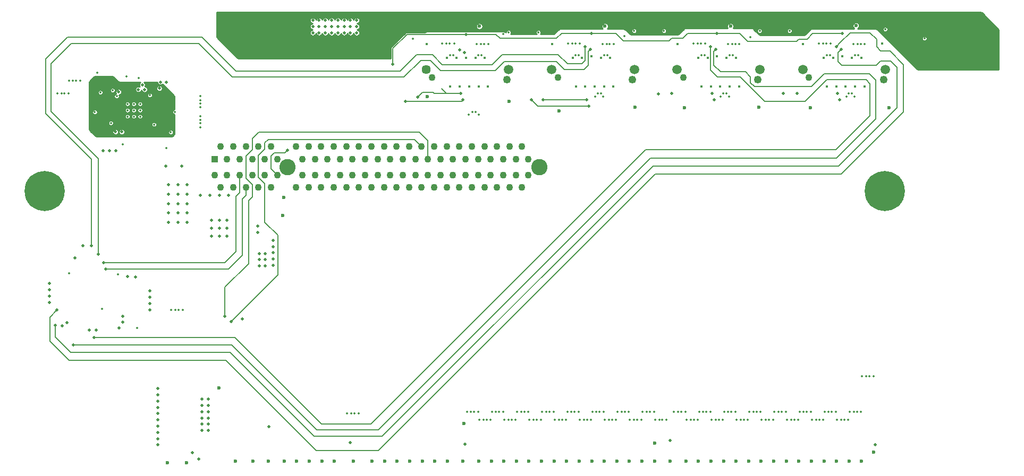
<source format=gbr>
%TF.GenerationSoftware,KiCad,Pcbnew,(5.1.5)-3*%
%TF.CreationDate,2022-02-01T02:21:16+01:00*%
%TF.ProjectId,Riser Leopard 2OU PCIe x8 4xOculink,52697365-7220-44c6-956f-706172642032,rev?*%
%TF.SameCoordinates,PX459e440PY54cbc38*%
%TF.FileFunction,Copper,L4,Inr*%
%TF.FilePolarity,Positive*%
%FSLAX46Y46*%
G04 Gerber Fmt 4.6, Leading zero omitted, Abs format (unit mm)*
G04 Created by KiCad (PCBNEW (5.1.5)-3) date 2022-02-01 02:21:16*
%MOMM*%
%LPD*%
G04 APERTURE LIST*
%TA.AperFunction,ViaPad*%
%ADD10C,1.500000*%
%TD*%
%TA.AperFunction,WasherPad*%
%ADD11C,1.100000*%
%TD*%
%TA.AperFunction,WasherPad*%
%ADD12C,1.250000*%
%TD*%
%TA.AperFunction,ViaPad*%
%ADD13C,1.450000*%
%TD*%
%TA.AperFunction,ViaPad*%
%ADD14C,1.100000*%
%TD*%
%TA.AperFunction,ViaPad*%
%ADD15R,1.100000X1.100000*%
%TD*%
%TA.AperFunction,WasherPad*%
%ADD16C,2.600000*%
%TD*%
%TA.AperFunction,ViaPad*%
%ADD17C,6.400000*%
%TD*%
%TA.AperFunction,ViaPad*%
%ADD18C,0.800000*%
%TD*%
%TA.AperFunction,ViaPad*%
%ADD19C,0.350000*%
%TD*%
%TA.AperFunction,ViaPad*%
%ADD20C,0.500000*%
%TD*%
%TA.AperFunction,ViaPad*%
%ADD21C,0.600000*%
%TD*%
%TA.AperFunction,ViaPad*%
%ADD22C,0.400000*%
%TD*%
%TA.AperFunction,Conductor*%
%ADD23C,0.200000*%
%TD*%
%TA.AperFunction,Conductor*%
%ADD24C,0.254000*%
%TD*%
G04 APERTURE END LIST*
D10*
%TO.N,GND*%
%TO.C,J2*%
X80820000Y19385000D03*
X93980000Y19385000D03*
D11*
%TO.N,*%
X81780000Y18125000D03*
D12*
X93680000Y17765000D03*
%TD*%
%TO.N,*%
%TO.C,J3*%
X73680000Y17765000D03*
D11*
X61780000Y18125000D03*
D10*
%TO.N,GND*%
X73980000Y19385000D03*
D13*
X60820000Y19385000D03*
%TD*%
D12*
%TO.N,*%
%TO.C,J4*%
X133680000Y17765000D03*
D11*
X121780000Y18125000D03*
D10*
%TO.N,GND*%
X133980000Y19385000D03*
X120820000Y19385000D03*
%TD*%
%TO.N,GND*%
%TO.C,J5*%
X100820000Y19385000D03*
X113980000Y19385000D03*
D11*
%TO.N,*%
X101780000Y18125000D03*
D12*
X113680000Y17765000D03*
%TD*%
D14*
%TO.N,GND*%
%TO.C,J6*%
X66090000Y7095000D03*
X69090000Y5095000D03*
X73090000Y5095000D03*
%TO.N,/CPU0_RX6-*%
X72090000Y7095000D03*
%TO.N,/CPU0_RX6+*%
X71090000Y5095000D03*
%TO.N,GND*%
X70090000Y7095000D03*
%TO.N,/CPU0_RX5-*%
X68090000Y7095000D03*
%TO.N,/CPU0_RX5+*%
X67090000Y5095000D03*
%TO.N,GND*%
X60090000Y595000D03*
%TO.N,/CPU0_TX5-*%
X66090000Y595000D03*
%TO.N,/LAN_SMB_ALERT_N*%
X40090000Y595000D03*
%TO.N,IRQ_LVC_WAKE_N*%
X37090000Y2595000D03*
%TO.N,GND*%
X54090000Y595000D03*
%TO.N,/CPU0_TX1-*%
X48090000Y595000D03*
%TO.N,/CPU0_TX0+*%
X42090000Y595000D03*
%TO.N,GND*%
X44090000Y595000D03*
%TO.N,+12V*%
X27090000Y2595000D03*
%TO.N,GND*%
X46090000Y595000D03*
%TO.N,/CPU0_TX2-*%
X52090000Y595000D03*
%TO.N,GND*%
X49090000Y2595000D03*
%TO.N,+12V*%
X29090000Y2595000D03*
%TO.N,Net-(J6-PadB9)*%
X35090000Y2595000D03*
%TO.N,GND*%
X30090000Y595000D03*
%TO.N,/CPU0_TX5+*%
X65090000Y2595000D03*
%TO.N,GND*%
X63090000Y2595000D03*
%TO.N,/CPU0_TX4+*%
X61090000Y2595000D03*
%TO.N,/CPU0_TX3+*%
X55090000Y2595000D03*
%TO.N,PCIe_SMB_CLK*%
X31090000Y2595000D03*
%TO.N,/CPU0_TX1+*%
X47090000Y2595000D03*
%TO.N,GND*%
X53090000Y2595000D03*
%TO.N,/CPU0_TX0-*%
X43090000Y2595000D03*
%TO.N,+3.3Vaux*%
X36090000Y595000D03*
%TO.N,GND*%
X64090000Y595000D03*
%TO.N,+3V3*%
X34090000Y595000D03*
%TO.N,/CPU0_TX2+*%
X51090000Y2595000D03*
%TO.N,GND*%
X50090000Y595000D03*
%TO.N,PCIe_SMB_DATA*%
X32090000Y595000D03*
%TO.N,/PCIE_SLOT0_PRSNT_x4*%
X45090000Y2595000D03*
%TO.N,+12V*%
X28090000Y595000D03*
%TO.N,GND*%
X41090000Y2595000D03*
%TO.N,/CPU0_TX4-*%
X62090000Y595000D03*
%TO.N,GND*%
X57090000Y2595000D03*
%TO.N,/PCIE_SLOT0_PRSNT_x4*%
X59090000Y2595000D03*
%TO.N,Net-(J6-PadB30)*%
X58090000Y595000D03*
%TO.N,/CPU0_TX3-*%
X56090000Y595000D03*
%TO.N,GND*%
X33090000Y2595000D03*
%TO.N,CLK100_SLOT1-*%
X42090000Y7095000D03*
%TO.N,CLK100_SLOT1+*%
X41090000Y5095000D03*
%TO.N,GND*%
X43090000Y5095000D03*
X52090000Y7095000D03*
%TO.N,/CPU0_RX3+*%
X57090000Y5095000D03*
%TO.N,GND*%
X55090000Y5095000D03*
X56090000Y7095000D03*
%TO.N,/CPU0_RX2-*%
X54090000Y7095000D03*
%TO.N,GND*%
X51090000Y5095000D03*
%TO.N,/CPU0_RX2+*%
X53090000Y5095000D03*
%TO.N,/CPU0_RX1-*%
X50090000Y7095000D03*
%TO.N,GND*%
X75090000Y2595000D03*
%TO.N,/CPU0_TX7-*%
X74090000Y595000D03*
%TO.N,/CPU0_TX7+*%
X73090000Y2595000D03*
%TO.N,GND*%
X77090000Y2595000D03*
%TO.N,/CPU0_TX6-*%
X70090000Y595000D03*
%TO.N,GND*%
X68090000Y595000D03*
X71090000Y2595000D03*
%TO.N,/CPU0_TX6+*%
X69090000Y2595000D03*
%TO.N,/PCIE_SLOT0_PRSNT_x8*%
X76090000Y595000D03*
%TO.N,GND*%
X72090000Y595000D03*
X67090000Y2595000D03*
X59090000Y5095000D03*
%TO.N,/CPU0_RX4+*%
X63090000Y5095000D03*
%TO.N,GND*%
X62090000Y7095000D03*
%TO.N,/LAN_SMB_DAT*%
X61090000Y5095000D03*
%TO.N,GND*%
X65090000Y5095000D03*
%TO.N,/LAN_SMB_CLK*%
X60090000Y7095000D03*
%TO.N,/CPU0_RX3-*%
X58090000Y7095000D03*
%TO.N,/CPU0_RX4-*%
X64090000Y7095000D03*
%TO.N,/CPU0_RX1+*%
X49090000Y5095000D03*
%TO.N,GND*%
X48090000Y7095000D03*
%TO.N,Net-(J6-PadA19)*%
X47090000Y5095000D03*
%TO.N,Net-(J6-PadA7)*%
X33090000Y5095000D03*
%TO.N,Net-(J6-PadA8)*%
X34090000Y7095000D03*
%TO.N,Net-(J6-PadA5)*%
X31090000Y5095000D03*
%TO.N,Net-(J6-PadA6)*%
X32090000Y7095000D03*
%TO.N,+3V3*%
X35090000Y5095000D03*
%TO.N,GND*%
X40090000Y7095000D03*
%TO.N,RST_PERST0_N*%
X37090000Y5095000D03*
%TO.N,+3V3*%
X36090000Y7095000D03*
D15*
%TO.N,/PCIE_SLOT_PRSNT#1*%
X27090000Y5095000D03*
D14*
%TO.N,+12V*%
X28090000Y7095000D03*
%TO.N,GND*%
X30090000Y7095000D03*
%TO.N,+12V*%
X29090000Y5095000D03*
D16*
%TO.N,*%
X78890000Y3845000D03*
X38740000Y3845000D03*
D14*
%TO.N,GND*%
X77090000Y5095000D03*
%TO.N,/CPU0_RX7+*%
X75090000Y5095000D03*
%TO.N,GND*%
X74090000Y7095000D03*
%TO.N,/CPU0_RX7-*%
X76090000Y7095000D03*
%TO.N,/CPU0_RX0+*%
X44090000Y7095000D03*
%TO.N,GND*%
X46090000Y7095000D03*
%TO.N,/CPU0_RX0-*%
X45090000Y5095000D03*
%TD*%
D17*
%TO.N,GND*%
%TO.C,H1*%
X0Y0D03*
D18*
X2400000Y0D03*
X-1697056Y-1697056D03*
X1697056Y-1697056D03*
X0Y-2400000D03*
X-2400000Y0D03*
X1697056Y1697056D03*
X0Y2400000D03*
X-1697056Y1697056D03*
%TD*%
%TO.N,GND*%
%TO.C,H2*%
X132202944Y1697056D03*
X133900000Y2400000D03*
X135597056Y1697056D03*
X131500000Y0D03*
X133900000Y-2400000D03*
X135597056Y-1697056D03*
X132202944Y-1697056D03*
X136300000Y0D03*
D17*
X133900000Y0D03*
%TD*%
D19*
%TO.N,+12V*%
X75450000Y25340000D03*
X59850000Y25840000D03*
X95450000Y25590000D03*
X115450000Y25590000D03*
X135450000Y25840000D03*
X79850000Y25340000D03*
X99850000Y25590000D03*
X119850000Y25590000D03*
X144600000Y22565000D03*
D20*
X18050000Y-31485000D03*
X18050000Y-32485000D03*
X18050000Y-33485000D03*
X18050000Y-34485000D03*
X18050000Y-35485000D03*
X18050000Y-36485000D03*
X18050000Y-37485000D03*
X18050000Y-38485000D03*
X18050000Y-39485000D03*
X18050000Y-40485000D03*
X30150000Y26965000D03*
X31150000Y26965000D03*
X32150000Y26965000D03*
X33150000Y26965000D03*
X34150000Y26965000D03*
X35150000Y26965000D03*
X36150000Y26965000D03*
X37150000Y26965000D03*
X38150000Y26965000D03*
X39150000Y26965000D03*
X30150000Y25965000D03*
X31150000Y25965000D03*
X32150000Y25965000D03*
X33150000Y25965000D03*
X34150000Y25965000D03*
X35150000Y25965000D03*
X36150000Y25965000D03*
X37150000Y25965000D03*
X38150000Y25965000D03*
X39150000Y25965000D03*
X30150000Y24965000D03*
X31150000Y24965000D03*
X32150000Y24965000D03*
X33150000Y24965000D03*
X34150000Y24965000D03*
X35150000Y24965000D03*
X36150000Y24965000D03*
X37150000Y24965000D03*
X38150000Y24965000D03*
X39150000Y24965000D03*
X30150000Y23965000D03*
X31150000Y23965000D03*
X32150000Y23965000D03*
X33150000Y23965000D03*
X34150000Y23965000D03*
X35150000Y23965000D03*
X36150000Y23965000D03*
X37150000Y23965000D03*
X38150000Y23965000D03*
X39150000Y23965000D03*
X19750000Y1015000D03*
X21250000Y1015000D03*
X22750000Y1015000D03*
X19750000Y-485000D03*
X21250000Y-485000D03*
X22750000Y-485000D03*
X19750000Y-1985000D03*
X21250000Y-1985000D03*
X22750000Y-1985000D03*
X19750000Y-3485000D03*
X21250000Y-3485000D03*
X22750000Y-3485000D03*
X19750000Y-4985000D03*
X21250000Y-4985000D03*
X22750000Y-4985000D03*
X24850000Y-635000D03*
X26350000Y-635000D03*
X27850000Y-635000D03*
X29350000Y-635000D03*
D19*
%TO.N,GND*%
X13225000Y13915000D03*
D21*
X130200000Y-43085000D03*
X128200000Y-43085000D03*
X126200000Y-43085000D03*
X124200000Y-43085000D03*
X122200000Y-43085000D03*
X120200000Y-43085000D03*
X118200000Y-43085000D03*
X116200000Y-43085000D03*
X114200000Y-43085000D03*
X112200000Y-43085000D03*
X110200000Y-43085000D03*
X108200000Y-43085000D03*
X106200000Y-43085000D03*
X104200000Y-43085000D03*
X102200000Y-43085000D03*
X99700000Y-43085000D03*
X97200000Y-43085000D03*
X95200000Y-43085000D03*
X93200000Y-43085000D03*
X91200000Y-43085000D03*
X89200000Y-43085000D03*
X87200000Y-43085000D03*
X85200000Y-43085000D03*
X83200000Y-43085000D03*
X81200000Y-43085000D03*
X79200000Y-43085000D03*
X77200000Y-43085000D03*
X75200000Y-43085000D03*
X73200000Y-43085000D03*
X71200000Y-43085000D03*
X69200000Y-43085000D03*
X64200000Y-43085000D03*
X62200000Y-43085000D03*
X60200000Y-43085000D03*
X58200000Y-43085000D03*
X56200000Y-43085000D03*
X54200000Y-43085000D03*
X52200000Y-43085000D03*
X35700000Y-43085000D03*
X33200000Y-43085000D03*
X30450000Y-43085000D03*
X49200000Y-43085000D03*
X46200000Y-43085000D03*
X44200000Y-43085000D03*
X42200000Y-43085000D03*
X40200000Y-43085000D03*
X38200000Y-43085000D03*
D19*
X63400000Y23570000D03*
X69175000Y12195000D03*
X65275000Y23570000D03*
X70700000Y23495000D03*
X68900000Y23495000D03*
D22*
X70150000Y21270000D03*
X68650000Y21270000D03*
X60875000Y23495000D03*
X69160000Y16670000D03*
X70660000Y16670000D03*
X64150000Y21270000D03*
X65650000Y21270000D03*
X67150000Y21270000D03*
X67660000Y16670000D03*
X64660000Y16670000D03*
X66160000Y16670000D03*
X80875000Y23495000D03*
X100875000Y23495000D03*
X120875000Y23495000D03*
X89160000Y16670000D03*
X109160000Y16670000D03*
X129160000Y16670000D03*
X87660000Y16670000D03*
X107660000Y16670000D03*
X127660000Y16670000D03*
X84660000Y16670000D03*
X104660000Y16670000D03*
X124660000Y16670000D03*
X87150000Y21520000D03*
X107140000Y21520000D03*
X127140000Y21520000D03*
D21*
X82000000Y12820000D03*
X102000000Y13320000D03*
X122000000Y13320000D03*
D19*
X89050000Y15070000D03*
X109050000Y15070000D03*
X129050000Y15070000D03*
D22*
X90660000Y16670000D03*
X110660000Y16670000D03*
X130660000Y16670000D03*
X133425000Y23520000D03*
X86160000Y16670000D03*
X106160000Y16670000D03*
X126160000Y16670000D03*
D19*
X107750000Y15070000D03*
X127750000Y15070000D03*
X87750000Y15070000D03*
X67625000Y12195000D03*
D21*
X66700000Y-43085000D03*
X66800000Y-37035000D03*
X97250000Y-40235000D03*
X132075000Y-41660000D03*
X22600000Y-43335000D03*
X19600000Y-43335000D03*
X37950000Y-3835000D03*
X38100000Y-1035000D03*
D19*
X12500000Y7515000D03*
D21*
X61000000Y15065000D03*
D19*
X8025000Y12615000D03*
X8900000Y15765000D03*
X10850000Y16090000D03*
X8450000Y18890000D03*
X13050000Y18340000D03*
X15050000Y18015000D03*
X20775000Y12640000D03*
X16775000Y15315000D03*
X11500000Y15140000D03*
X10575000Y10890000D03*
X19400000Y6865000D03*
X17450000Y10640000D03*
X14225000Y13915000D03*
X15225000Y13915000D03*
X13225000Y12915000D03*
X14225000Y12915000D03*
X15225000Y12915000D03*
X13225000Y11915000D03*
X14225000Y11915000D03*
X15225000Y11915000D03*
D20*
X18300000Y16415000D03*
X18450000Y17415000D03*
X19450000Y17415000D03*
X9375000Y6415000D03*
X10375000Y6415000D03*
X11375000Y6415000D03*
D19*
X73100000Y25115000D03*
D21*
X113850000Y13415000D03*
X94050000Y13365000D03*
X74000000Y14365000D03*
X134600000Y13315000D03*
D19*
X83400000Y23570000D03*
X103400000Y23570000D03*
X123400000Y23570000D03*
X85275000Y23570000D03*
X105275000Y23570000D03*
X125275000Y23570000D03*
X90700000Y23495000D03*
X110700000Y23495000D03*
X130700000Y23495000D03*
X88900000Y23495000D03*
X108900000Y23495000D03*
X128900000Y23495000D03*
D22*
X90150000Y21270000D03*
X110150000Y21270000D03*
X130150000Y21270000D03*
X88650000Y21270000D03*
X108650000Y21270000D03*
X128650000Y21270000D03*
X84150000Y21270000D03*
X104150000Y21270000D03*
X124150000Y21270000D03*
X85650000Y21270000D03*
X105650000Y21270000D03*
X125650000Y21270000D03*
D19*
X112450000Y24615000D03*
X92400000Y24765000D03*
D20*
X26600000Y-4635000D03*
X27850000Y-4635000D03*
X29100000Y-4635000D03*
X26600000Y-5885000D03*
X27850000Y-5885000D03*
X29100000Y-5885000D03*
X26600000Y-7135000D03*
X27850000Y-7135000D03*
X29100000Y-7135000D03*
D19*
X3850000Y15565000D03*
X2050000Y15565000D03*
X3900000Y17615000D03*
X5700000Y17615000D03*
X24850000Y15165000D03*
X24850000Y13365000D03*
X24850000Y10165000D03*
X24850000Y11965000D03*
X22000000Y-18985000D03*
X20200000Y-18985000D03*
X67300000Y-35210000D03*
X69100000Y-35210000D03*
X48225000Y-35435000D03*
X50025000Y-35435000D03*
X69275000Y-36485000D03*
X71075000Y-36485000D03*
X71300000Y-35210000D03*
X75300000Y-35210000D03*
X79300000Y-35210000D03*
X83300000Y-35210000D03*
X87300000Y-35210000D03*
X91300000Y-35210000D03*
X95300000Y-35210000D03*
X73100000Y-35210000D03*
X77100000Y-35210000D03*
X81100000Y-35210000D03*
X85100000Y-35210000D03*
X89100000Y-35210000D03*
X93100000Y-35210000D03*
X97100000Y-35210000D03*
X73275000Y-36485000D03*
X77275000Y-36485000D03*
X81275000Y-36485000D03*
X85275000Y-36485000D03*
X89275000Y-36485000D03*
X93275000Y-36485000D03*
X97275000Y-36485000D03*
X75075000Y-36485000D03*
X79075000Y-36485000D03*
X83075000Y-36485000D03*
X87075000Y-36485000D03*
X91075000Y-36485000D03*
X95075000Y-36485000D03*
X99075000Y-36485000D03*
X100300000Y-35210000D03*
X102275000Y-36485000D03*
X102100000Y-35210000D03*
X104075000Y-36485000D03*
X108075000Y-36485000D03*
X112075000Y-36485000D03*
X116075000Y-36485000D03*
X120075000Y-36485000D03*
X124075000Y-36485000D03*
X128075000Y-36485000D03*
X106100000Y-35210000D03*
X110100000Y-35210000D03*
X114100000Y-35210000D03*
X118100000Y-35210000D03*
X122100000Y-35210000D03*
X126100000Y-35210000D03*
X104300000Y-35210000D03*
X108300000Y-35210000D03*
X112300000Y-35210000D03*
X116300000Y-35210000D03*
X120300000Y-35210000D03*
X124300000Y-35210000D03*
X106275000Y-36485000D03*
X110275000Y-36485000D03*
X114275000Y-36485000D03*
X118275000Y-36485000D03*
X122275000Y-36485000D03*
X126275000Y-36485000D03*
X130100000Y-35210000D03*
X128300000Y-35210000D03*
X132075000Y-29485000D03*
X130275000Y-29485000D03*
X14750000Y-21835000D03*
X9200000Y-18785000D03*
X3900000Y-13085000D03*
X11750000Y-13285000D03*
D20*
%TO.N,+3V3*%
X25100000Y-33185000D03*
X26100000Y-33185000D03*
X25100000Y-34185000D03*
X26100000Y-34185000D03*
X25100000Y-35185000D03*
X26100000Y-35185000D03*
X25100000Y-36185000D03*
X26100000Y-36185000D03*
X25100000Y-37185000D03*
X26100000Y-37185000D03*
X25100000Y-38185000D03*
X26100000Y-38185000D03*
X33950000Y-5585000D03*
X33950000Y-6585000D03*
X36400000Y-7835000D03*
X36400000Y-8835000D03*
X36400000Y-9835000D03*
X36400000Y-10835000D03*
X36400000Y-11835000D03*
X34200000Y-9935000D03*
X35200000Y-9935000D03*
X34200000Y-10935000D03*
X35200000Y-10935000D03*
X34200000Y-11935000D03*
X35200000Y-11935000D03*
X15575000Y16965000D03*
X14950000Y16215000D03*
X15950000Y16215000D03*
X11825000Y15840000D03*
X11325000Y9465000D03*
X12325000Y9465000D03*
D19*
X20125000Y9415000D03*
X73950000Y25340000D03*
X118700000Y25590000D03*
X93950000Y25590000D03*
X113950000Y25590000D03*
X133950000Y25840000D03*
D20*
X42750000Y27265000D03*
X43750000Y27265000D03*
X44750000Y27265000D03*
X45750000Y27265000D03*
X46750000Y27265000D03*
X47750000Y27265000D03*
X48750000Y27265000D03*
X49750000Y27265000D03*
X42750000Y26265000D03*
X43750000Y26265000D03*
X44750000Y26265000D03*
X45750000Y26265000D03*
X46750000Y26265000D03*
X47750000Y26265000D03*
X48750000Y26265000D03*
X49750000Y26265000D03*
X42750000Y25265000D03*
X43750000Y25265000D03*
X44750000Y25265000D03*
X45750000Y25265000D03*
X46750000Y25265000D03*
X47750000Y25265000D03*
X48750000Y25265000D03*
X49750000Y25265000D03*
D19*
X140200000Y24365000D03*
X58700000Y24315000D03*
X98700000Y25590000D03*
X78700000Y25340000D03*
D21*
X109300000Y26315000D03*
X129300000Y26415000D03*
X89300000Y26315000D03*
X69300000Y26315000D03*
%TO.N,+3.3Vaux*%
X27800000Y-31385000D03*
D20*
X750000Y-14735000D03*
X750000Y-15735000D03*
X750000Y-16735000D03*
X750000Y-17735000D03*
X2800000Y-21485000D03*
X3550000Y-20985000D03*
X7100000Y-22135000D03*
X8200000Y-22135000D03*
X16750000Y-15935000D03*
X16750000Y-16935000D03*
X16750000Y-17935000D03*
X16750000Y-18935000D03*
X12500000Y-19935000D03*
X12500000Y-20885000D03*
X11900000Y-21835000D03*
X13200000Y-13635000D03*
X14500000Y-13685000D03*
%TO.N,/SLOT0_CONFIG*%
X67000000Y-40335000D03*
%TO.N,/SLOT1_CONFIG*%
X99700000Y-39785000D03*
%TO.N,/LAN_SMB_CLK*%
X24600000Y-42735000D03*
X29750000Y-20785000D03*
%TO.N,/LAN_SMB_DAT*%
X23600000Y-41735000D03*
X28700000Y-19985000D03*
%TO.N,/PCIE_SLOT_PRSNT#1*%
X19300000Y3965000D03*
X21900000Y3965000D03*
%TO.N,/PCIE_SLOT0_PRSNT_x4*%
X35750000Y-37535000D03*
%TO.N,Net-(J3-PadA9)*%
X66350000Y15615000D03*
X59500000Y15015000D03*
%TO.N,Net-(J4-PadA9)*%
X126350000Y15615000D03*
X119900000Y15615000D03*
%TO.N,+3.3VP*%
X18800000Y12540000D03*
X17825000Y12590000D03*
X17675000Y14465000D03*
X18675000Y14465000D03*
X19800000Y15190000D03*
X13350000Y16390000D03*
X10600000Y14740000D03*
X9700000Y17640000D03*
X9700000Y16640000D03*
X10875000Y12640000D03*
X9875000Y12640000D03*
D19*
X17775000Y9415000D03*
D20*
%TO.N,Net-(J3-PadA10)*%
X66700000Y14565000D03*
X57550000Y14315000D03*
%TO.N,Net-(J4-PadA10)*%
X126700000Y14565000D03*
X117700000Y15565000D03*
D19*
%TO.N,/Oculink connector/Oculink_1_C_x4_TX0+*%
X83948800Y-35210000D03*
X84073800Y23570000D03*
%TO.N,/Oculink connector/Oculink_1_C_x4_TX1+*%
X87948800Y-35210000D03*
X84648800Y21720000D03*
%TO.N,/Oculink connector/Oculink_1_C_x4_TX2+*%
X91948800Y-35210000D03*
X89148800Y21720000D03*
%TO.N,/Oculink connector/Oculink_1_C_x4_TX3+*%
X95948800Y-35210000D03*
X89563800Y23495000D03*
%TO.N,/Oculink connector/Oculink_1_C_x4_TX0-*%
X84451200Y-35210000D03*
X84576200Y23570000D03*
%TO.N,/Oculink connector/Oculink_1_C_x4_TX1-*%
X88451200Y-35210000D03*
X85151200Y21720000D03*
%TO.N,/Oculink connector/Oculink_1_C_x4_TX2-*%
X92451200Y-35210000D03*
X89651200Y21720000D03*
%TO.N,/Oculink connector/Oculink_1_C_x4_TX3-*%
X96451200Y-35210000D03*
X90066200Y23495000D03*
%TO.N,/Oculink connector/Oculink_0_C_x4_TX0+*%
X64073800Y23570000D03*
X67948800Y-35210000D03*
%TO.N,/Oculink connector/Oculink_0_C_x4_TX1+*%
X71948800Y-35210000D03*
X64648800Y21720000D03*
%TO.N,/Oculink connector/Oculink_0_C_x4_TX2+*%
X75948800Y-35210000D03*
X69148800Y21720000D03*
%TO.N,/Oculink connector/Oculink_0_C_x4_TX3+*%
X79948800Y-35210000D03*
X69563800Y23495000D03*
%TO.N,/Oculink connector/Oculink_0_C_x4_TX0-*%
X64576200Y23570000D03*
X68451200Y-35210000D03*
%TO.N,/Oculink connector/Oculink_0_C_x4_TX1-*%
X72451200Y-35210000D03*
X65151200Y21720000D03*
%TO.N,/Oculink connector/Oculink_0_C_x4_TX2-*%
X76451200Y-35210000D03*
X69651200Y21720000D03*
%TO.N,/Oculink connector/Oculink_0_C_x4_TX3-*%
X80451200Y-35210000D03*
X70066200Y23495000D03*
%TO.N,/Oculink connector/Oculink_3_C_x4_TX0+*%
X124073800Y23570000D03*
X116948800Y-35210000D03*
%TO.N,/Oculink connector/Oculink_3_C_x4_TX1+*%
X124648800Y21720000D03*
X120948800Y-35210000D03*
%TO.N,/Oculink connector/Oculink_3_C_x4_TX2+*%
X129148800Y21720000D03*
X124948800Y-35210000D03*
%TO.N,/Oculink connector/Oculink_3_C_x4_TX3+*%
X129563800Y23495000D03*
X128948800Y-35210000D03*
%TO.N,/Oculink connector/Oculink_3_C_x4_TX0-*%
X124576200Y23570000D03*
X117451200Y-35210000D03*
%TO.N,/Oculink connector/Oculink_3_C_x4_TX1-*%
X125151200Y21720000D03*
X121451200Y-35210000D03*
%TO.N,/Oculink connector/Oculink_3_C_x4_TX2-*%
X129651200Y21720000D03*
X125451200Y-35210000D03*
%TO.N,/Oculink connector/Oculink_3_C_x4_TX3-*%
X130066200Y23495000D03*
X129451200Y-35210000D03*
%TO.N,/Oculink connector/Oculink_2_C_x4_TX0+*%
X104073800Y23570000D03*
X100948800Y-35210000D03*
%TO.N,/Oculink connector/Oculink_2_C_x4_TX1+*%
X104648800Y21720000D03*
X104948800Y-35210000D03*
%TO.N,/Oculink connector/Oculink_2_C_x4_TX2+*%
X109148800Y21720000D03*
X108948800Y-35210000D03*
%TO.N,/Oculink connector/Oculink_2_C_x4_TX3+*%
X109563800Y23495000D03*
X112948800Y-35210000D03*
%TO.N,/Oculink connector/Oculink_2_C_x4_TX0-*%
X104576200Y23570000D03*
X101451200Y-35210000D03*
%TO.N,/Oculink connector/Oculink_2_C_x4_TX1-*%
X105151200Y21720000D03*
X105451200Y-35210000D03*
%TO.N,/Oculink connector/Oculink_2_C_x4_TX2-*%
X109651200Y21720000D03*
X109451200Y-35210000D03*
%TO.N,/Oculink connector/Oculink_2_C_x4_TX3-*%
X110066200Y23495000D03*
X113451200Y-35210000D03*
D20*
%TO.N,/PCIE_SLOT0_PRSNT_x8*%
X48750000Y-40135000D03*
%TO.N,IRQ_LVC_WAKE_N*%
X38700000Y6515000D03*
%TO.N,Net-(J1-PadB115)*%
X132400000Y-40485000D03*
X31550000Y-20385000D03*
%TO.N,RST_PERST0_N*%
X67150000Y25015000D03*
X55500000Y20265000D03*
X87150000Y25165000D03*
X107150000Y25165000D03*
X127150000Y25165000D03*
D19*
%TO.N,CLK100_SLOT1+*%
X48873800Y-35435000D03*
%TO.N,CLK100_SLOT1-*%
X49376200Y-35435000D03*
%TO.N,Oculink_0_x4_RX0+*%
X69948800Y-36485000D03*
%TO.N,Oculink_0_x4_RX0-*%
X70451200Y-36485000D03*
%TO.N,Oculink_0_x4_RX1+*%
X73948800Y-36485000D03*
%TO.N,Oculink_0_x4_RX1-*%
X74451200Y-36485000D03*
%TO.N,Oculink_0_x4_RX2+*%
X77948800Y-36485000D03*
%TO.N,Oculink_0_x4_RX2-*%
X78451200Y-36485000D03*
%TO.N,Oculink_0_x4_RX3+*%
X81948800Y-36485000D03*
%TO.N,Oculink_0_x4_RX3-*%
X82451200Y-36485000D03*
%TO.N,Oculink_1_x4_RX0+*%
X85948800Y-36485000D03*
%TO.N,Oculink_1_x4_RX0-*%
X86451200Y-36485000D03*
%TO.N,Oculink_1_x4_RX1+*%
X89948800Y-36485000D03*
%TO.N,Oculink_1_x4_RX1-*%
X90451200Y-36485000D03*
%TO.N,Oculink_1_x4_RX2+*%
X93948800Y-36485000D03*
%TO.N,Oculink_1_x4_RX2-*%
X94451200Y-36485000D03*
%TO.N,Oculink_1_x4_RX3+*%
X97948800Y-36485000D03*
%TO.N,Oculink_1_x4_RX3-*%
X98451200Y-36485000D03*
%TO.N,Oculink_2_x4_RX0+*%
X102948800Y-36485000D03*
%TO.N,Oculink_2_x4_RX0-*%
X103451200Y-36485000D03*
%TO.N,Oculink_2_x4_RX1+*%
X106948800Y-36485000D03*
%TO.N,Oculink_2_x4_RX1-*%
X107451200Y-36485000D03*
%TO.N,Oculink_2_x4_RX2+*%
X110948800Y-36485000D03*
%TO.N,Oculink_2_x4_RX2-*%
X111451200Y-36485000D03*
%TO.N,Oculink_2_x4_RX3+*%
X114948800Y-36485000D03*
%TO.N,Oculink_2_x4_RX3-*%
X115451200Y-36485000D03*
%TO.N,Oculink_3_x4_RX0+*%
X118948800Y-36485000D03*
%TO.N,Oculink_3_x4_RX0-*%
X119451200Y-36485000D03*
%TO.N,Oculink_3_x4_RX1+*%
X122948800Y-36485000D03*
%TO.N,Oculink_3_x4_RX1-*%
X123451200Y-36485000D03*
%TO.N,Oculink_3_x4_RX2+*%
X126948800Y-36485000D03*
%TO.N,Oculink_3_x4_RX2-*%
X127451200Y-36485000D03*
%TO.N,Oculink_3_x4_RX3+*%
X130948800Y-29485000D03*
%TO.N,Oculink_3_x4_RX3-*%
X131451200Y-29485000D03*
D20*
%TO.N,Net-(J2-PadA9)*%
X86350000Y14615000D03*
X79450000Y14615000D03*
%TO.N,Net-(J2-PadA10)*%
X86700000Y13565000D03*
X77600000Y14565000D03*
D19*
%TO.N,Oculink_1_CLK100+*%
X88148800Y15620000D03*
X3201200Y15565000D03*
%TO.N,Oculink_1_CLK100-*%
X88651200Y15620000D03*
X2698800Y15565000D03*
D20*
%TO.N,Oculink_1_SMB_CLK*%
X86150000Y23070000D03*
X7500000Y-8685000D03*
%TO.N,Oculink_1_SMB_DATA*%
X86950000Y22615000D03*
X8600000Y-10035000D03*
%TO.N,Oculink_0_SMB_DATA*%
X66925000Y22095000D03*
X6150000Y-8685000D03*
%TO.N,Oculink_0_SMB_CLK*%
X66150000Y22570000D03*
X4850000Y-10685000D03*
D19*
%TO.N,Oculink_0_CLK100-*%
X68651200Y12620000D03*
X4548800Y17615000D03*
%TO.N,Oculink_0_CLK100+*%
X68148800Y12620000D03*
X5051200Y17615000D03*
D20*
%TO.N,Oculink_3_SMB_DATA*%
X126925000Y22595000D03*
X1750000Y-21385000D03*
%TO.N,Oculink_3_SMB_CLK*%
X126150000Y23070000D03*
X2000000Y-18985000D03*
D19*
%TO.N,Oculink_3_CLK100-*%
X128651200Y15620000D03*
X24850000Y10826300D03*
%TO.N,Oculink_3_CLK100+*%
X128148800Y15620000D03*
X24850000Y11328700D03*
D20*
%TO.N,Net-(J5-PadA9)*%
X106350000Y15615000D03*
X99900000Y15615000D03*
%TO.N,Net-(J5-PadA10)*%
X106700000Y14565000D03*
X97800000Y15515000D03*
D19*
%TO.N,Oculink_2_CLK100+*%
X108148800Y15620000D03*
X24850000Y14528700D03*
%TO.N,Oculink_2_CLK100-*%
X108651200Y15620000D03*
X24850000Y14026300D03*
D20*
%TO.N,Oculink_2_SMB_CLK*%
X106150000Y23070000D03*
X7900000Y-23385000D03*
%TO.N,Oculink_2_SMB_DATA*%
X106950000Y22615000D03*
X4600000Y-24535000D03*
%TO.N,PCIe_SMB_CLK*%
X9400000Y-11435000D03*
%TO.N,PCIe_SMB_DATA*%
X9750000Y-12435000D03*
D19*
%TO.N,CLK100_SLOT0+*%
X20848800Y-18985000D03*
%TO.N,CLK100_SLOT0-*%
X21351200Y-18985000D03*
%TD*%
D23*
%TO.N,/LAN_SMB_CLK*%
X37200000Y-7035000D02*
X37200000Y-13335000D01*
X34100000Y5715000D02*
X34100000Y2215000D01*
X58920000Y8265000D02*
X35650000Y8265000D01*
X37200000Y-13335000D02*
X29750000Y-20785000D01*
X35100000Y1215000D02*
X35100000Y-4935000D01*
X60090000Y7095000D02*
X58920000Y8265000D01*
X35650000Y8265000D02*
X35100000Y7715000D01*
X35100000Y-4935000D02*
X37200000Y-7035000D01*
X35100000Y6715000D02*
X34100000Y5715000D01*
X34100000Y2215000D02*
X35100000Y1215000D01*
X35100000Y7715000D02*
X35100000Y6715000D01*
%TO.N,/LAN_SMB_DAT*%
X61090000Y8025000D02*
X61090000Y5095000D01*
X33100000Y1065000D02*
X32100000Y2065000D01*
X33100000Y-935000D02*
X33100000Y1065000D01*
X32500000Y-1535000D02*
X33100000Y-935000D01*
X32100000Y5615000D02*
X33100000Y6615000D01*
X32500000Y-10885000D02*
X32500000Y-1535000D01*
X34150000Y9415000D02*
X59700000Y9415000D01*
X32100000Y2065000D02*
X32100000Y5615000D01*
X33100000Y6615000D02*
X33100000Y8365000D01*
X33100000Y8365000D02*
X34150000Y9415000D01*
X59700000Y9415000D02*
X61090000Y8025000D01*
X32500000Y-10885000D02*
X32500000Y-11535000D01*
X28700000Y-15335000D02*
X28700000Y-19985000D01*
X32500000Y-11535000D02*
X28700000Y-15335000D01*
%TO.N,Net-(J3-PadA9)*%
X60250000Y15765000D02*
X59500000Y15015000D01*
X61900000Y15765000D02*
X60250000Y15765000D01*
X62050000Y15615000D02*
X61900000Y15765000D01*
X64050000Y15615000D02*
X63300000Y16365000D01*
X64050000Y15615000D02*
X62050000Y15615000D01*
X66350000Y15615000D02*
X64050000Y15615000D01*
%TO.N,Net-(J3-PadA10)*%
X66450001Y14315001D02*
X59250001Y14315001D01*
X66700000Y14565000D02*
X66450001Y14315001D01*
X59250001Y14315001D02*
X59250000Y14315000D01*
X59250000Y14315000D02*
X57550000Y14315000D01*
%TO.N,IRQ_LVC_WAKE_N*%
X37090000Y2595000D02*
X36100000Y3585000D01*
X36100000Y3585000D02*
X36100000Y5615000D01*
X36625000Y6140000D02*
X38325000Y6140000D01*
X38325000Y6140000D02*
X38700000Y6515000D01*
X36100000Y5615000D02*
X36625000Y6140000D01*
%TO.N,RST_PERST0_N*%
X55500000Y20265000D02*
X55500000Y22765000D01*
X55500000Y22765000D02*
X57750000Y25015000D01*
X57750000Y25015000D02*
X66650000Y25015000D01*
X66650000Y25015000D02*
X67150000Y25015000D01*
X82400000Y25165000D02*
X87150000Y25165000D01*
X72550000Y24365000D02*
X81600000Y24365000D01*
X81600000Y24365000D02*
X82400000Y25165000D01*
X71900000Y25015000D02*
X72550000Y24365000D01*
X67150000Y25015000D02*
X71900000Y25015000D01*
X87150000Y25165000D02*
X91050000Y25165000D01*
X91050000Y25165000D02*
X92200000Y24015000D01*
X92200000Y24015000D02*
X99500000Y24015000D01*
X99500000Y24015000D02*
X99900000Y24415000D01*
X99900000Y24415000D02*
X101750000Y24415000D01*
X102500000Y25165000D02*
X107150000Y25165000D01*
X101750000Y24415000D02*
X102500000Y25165000D01*
X122400000Y25165000D02*
X127150000Y25165000D01*
X121500000Y24265000D02*
X122400000Y25165000D01*
X120200000Y24265000D02*
X121500000Y24265000D01*
X119850000Y23915000D02*
X120200000Y24265000D01*
X110800000Y25165000D02*
X112050000Y23915000D01*
X112050000Y23915000D02*
X119850000Y23915000D01*
X107150000Y25165000D02*
X110800000Y25165000D01*
%TO.N,Net-(J2-PadA9)*%
X86350000Y14615000D02*
X79900000Y14615000D01*
X79900000Y14615000D02*
X79450000Y14615000D01*
%TO.N,Net-(J2-PadA10)*%
X78600000Y13565000D02*
X77600000Y14565000D01*
X86700000Y13565000D02*
X78600000Y13565000D01*
%TO.N,Oculink_1_SMB_CLK*%
X86150000Y20865000D02*
X86150000Y23070000D01*
X85650000Y20365000D02*
X86150000Y20865000D01*
X81850000Y21815000D02*
X83300000Y20365000D01*
X72900000Y21815000D02*
X81850000Y21815000D01*
X71300000Y20215000D02*
X72900000Y21815000D01*
X63400000Y20215000D02*
X71300000Y20215000D01*
X200000Y21065000D02*
X3700000Y24565000D01*
X56650000Y19165000D02*
X59300000Y21815000D01*
X3700000Y24565000D02*
X25100000Y24565000D01*
X7500000Y-8685000D02*
X7500000Y5065000D01*
X61800000Y21815000D02*
X63400000Y20215000D01*
X200000Y12365000D02*
X200000Y21065000D01*
X7500000Y5065000D02*
X200000Y12365000D01*
X83300000Y20365000D02*
X85650000Y20365000D01*
X25100000Y24565000D02*
X30500000Y19165000D01*
X30500000Y19165000D02*
X56650000Y19165000D01*
X59300000Y21815000D02*
X61800000Y21815000D01*
%TO.N,Oculink_1_SMB_DATA*%
X4250000Y23565000D02*
X24600000Y23565000D01*
X1050000Y12715000D02*
X1050000Y20365000D01*
X1050000Y20365000D02*
X4250000Y23565000D01*
X24600000Y23565000D02*
X27300000Y20865000D01*
X8600000Y5165000D02*
X1050000Y12715000D01*
X8600000Y-10035000D02*
X8600000Y5165000D01*
X86650000Y22315000D02*
X86950000Y22615000D01*
X86650000Y20115000D02*
X86650000Y22315000D01*
X59950000Y20865000D02*
X61500000Y20865000D01*
X29950000Y18215000D02*
X57300000Y18215000D01*
X61500000Y20865000D02*
X63100000Y19265000D01*
X81550000Y20715000D02*
X82850000Y19415000D01*
X27300000Y20865000D02*
X29950000Y18215000D01*
X63100000Y19265000D02*
X71850000Y19265000D01*
X71850000Y19265000D02*
X73300000Y20715000D01*
X73300000Y20715000D02*
X81550000Y20715000D01*
X57300000Y18215000D02*
X59950000Y20865000D01*
X85950000Y19415000D02*
X86650000Y20115000D01*
X82850000Y19415000D02*
X85950000Y19415000D01*
%TO.N,Oculink_3_SMB_DATA*%
X126450000Y22120000D02*
X126925000Y22595000D01*
X132550000Y20115000D02*
X127050000Y20115000D01*
X127050000Y20115000D02*
X126450000Y20715000D01*
X29550000Y-25735000D02*
X42950000Y-39135000D01*
X1750000Y-21385000D02*
X1750000Y-23285000D01*
X133200000Y20765000D02*
X132550000Y20115000D01*
X4200000Y-25735000D02*
X29550000Y-25735000D01*
X135850000Y19715000D02*
X134800000Y20765000D01*
X42950000Y-39135000D02*
X53800000Y-39135000D01*
X1750000Y-23285000D02*
X4200000Y-25735000D01*
X126450000Y20715000D02*
X126450000Y22120000D01*
X53800000Y-39135000D02*
X96950000Y4015000D01*
X96950000Y4015000D02*
X126550000Y4015000D01*
X135850000Y13315000D02*
X135850000Y19715000D01*
X126550000Y4015000D02*
X135850000Y13315000D01*
X134800000Y20765000D02*
X133200000Y20765000D01*
%TO.N,Oculink_3_SMB_CLK*%
X126795000Y23715000D02*
X126150000Y23070000D01*
X126800000Y23715000D02*
X126795000Y23715000D01*
X131550000Y25265000D02*
X128350000Y25265000D01*
X132600000Y24215000D02*
X131550000Y25265000D01*
X132600000Y23015000D02*
X132600000Y24215000D01*
X133250000Y22365000D02*
X132600000Y23015000D01*
X134700000Y22365000D02*
X133250000Y22365000D01*
X850000Y-23935000D02*
X3900000Y-26985000D01*
X28900000Y-26985000D02*
X43300000Y-41385000D01*
X126950000Y2765000D02*
X136850000Y12665000D01*
X3900000Y-26985000D02*
X28900000Y-26985000D01*
X43300000Y-41385000D02*
X53200000Y-41385000D01*
X128350000Y25265000D02*
X126800000Y23715000D01*
X53200000Y-41385000D02*
X97350000Y2765000D01*
X850000Y-20135000D02*
X850000Y-23935000D01*
X97350000Y2765000D02*
X126950000Y2765000D01*
X2000000Y-18985000D02*
X850000Y-20135000D01*
X136850000Y12665000D02*
X136850000Y20215000D01*
X136850000Y20215000D02*
X134700000Y22365000D01*
%TO.N,Oculink_2_SMB_CLK*%
X106150000Y19315000D02*
X106150000Y23070000D01*
X107250000Y18215000D02*
X106150000Y19315000D01*
X110850000Y18215000D02*
X107250000Y18215000D01*
X95800000Y6615000D02*
X126100000Y6615000D01*
X114750000Y14315000D02*
X110850000Y18215000D01*
X52050000Y-37135000D02*
X95800000Y6615000D01*
X44100000Y-37135000D02*
X52050000Y-37135000D01*
X7900000Y-23385000D02*
X30350000Y-23385000D01*
X121150000Y14315000D02*
X114750000Y14315000D01*
X30350000Y-23385000D02*
X44100000Y-37135000D01*
X130900000Y17815000D02*
X124650000Y17815000D01*
X126100000Y6615000D02*
X131550000Y12065000D01*
X131550000Y12065000D02*
X131550000Y17165000D01*
X131550000Y17165000D02*
X130900000Y17815000D01*
X124650000Y17815000D02*
X121150000Y14315000D01*
%TO.N,Oculink_2_SMB_DATA*%
X106950000Y22615000D02*
X106650000Y22315000D01*
X106650000Y22315000D02*
X106650000Y20115000D01*
X106650000Y20115000D02*
X107700000Y19065000D01*
X107700000Y19065000D02*
X111700000Y19065000D01*
X111700000Y19065000D02*
X112500000Y18265000D01*
X112500000Y18265000D02*
X112500000Y17265000D01*
X112500000Y17265000D02*
X113100000Y16665000D01*
X113100000Y16665000D02*
X122200000Y16665000D01*
X122200000Y16665000D02*
X124250000Y18715000D01*
X124250000Y18715000D02*
X131450000Y18715000D01*
X131450000Y18715000D02*
X132450000Y17715000D01*
X132450000Y17715000D02*
X132450000Y11565000D01*
X132450000Y11565000D02*
X126150000Y5265000D01*
X126150000Y5265000D02*
X96550000Y5265000D01*
X96550000Y5265000D02*
X53200000Y-38085000D01*
X53200000Y-38085000D02*
X43400000Y-38085000D01*
X43400000Y-38085000D02*
X29850000Y-24535000D01*
X29850000Y-24535000D02*
X6300000Y-24535000D01*
X6300000Y-24535000D02*
X4600000Y-24535000D01*
%TO.N,PCIe_SMB_CLK*%
X31090000Y2595000D02*
X31090000Y-245000D01*
X31090000Y-245000D02*
X30500000Y-835000D01*
X30500000Y-835000D02*
X30500000Y-9635000D01*
X30500000Y-9635000D02*
X28700000Y-11435000D01*
X28700000Y-11435000D02*
X9400000Y-11435000D01*
%TO.N,PCIe_SMB_DATA*%
X31500000Y-10235000D02*
X31500000Y-1235000D01*
X32090000Y-645000D02*
X32090000Y595000D01*
X31500000Y-1235000D02*
X32090000Y-645000D01*
X9750000Y-12435000D02*
X29300000Y-12435000D01*
X29300000Y-12435000D02*
X31500000Y-10235000D01*
%TD*%
D24*
%TO.N,+3.3VP*%
G36*
X10967862Y18267532D02*
G01*
X11720394Y17515000D01*
X11739640Y17499206D01*
X11761596Y17487470D01*
X11978399Y17397667D01*
X12002223Y17390440D01*
X12027000Y17388000D01*
X15300887Y17388000D01*
X15253718Y17356483D01*
X15183517Y17286282D01*
X15128361Y17203734D01*
X15090368Y17112011D01*
X15071000Y17014640D01*
X15071000Y16915360D01*
X15090368Y16817989D01*
X15128361Y16726266D01*
X15164964Y16671485D01*
X15097011Y16699632D01*
X14999640Y16719000D01*
X14900360Y16719000D01*
X14802989Y16699632D01*
X14711266Y16661639D01*
X14628718Y16606483D01*
X14558517Y16536282D01*
X14503361Y16453734D01*
X14465368Y16362011D01*
X14446000Y16264640D01*
X14446000Y16165360D01*
X14465368Y16067989D01*
X14503361Y15976266D01*
X14558517Y15893718D01*
X14628718Y15823517D01*
X14711266Y15768361D01*
X14802989Y15730368D01*
X14900360Y15711000D01*
X14999640Y15711000D01*
X15097011Y15730368D01*
X15188734Y15768361D01*
X15271282Y15823517D01*
X15341483Y15893718D01*
X15396639Y15976266D01*
X15434632Y16067989D01*
X15450000Y16145250D01*
X15465368Y16067989D01*
X15503361Y15976266D01*
X15558517Y15893718D01*
X15628718Y15823517D01*
X15711266Y15768361D01*
X15802989Y15730368D01*
X15900360Y15711000D01*
X15999640Y15711000D01*
X16097011Y15730368D01*
X16188734Y15768361D01*
X16271282Y15823517D01*
X16341483Y15893718D01*
X16396639Y15976266D01*
X16434632Y16067989D01*
X16454000Y16165360D01*
X16454000Y16264640D01*
X16434632Y16362011D01*
X16396639Y16453734D01*
X16389352Y16464640D01*
X17796000Y16464640D01*
X17796000Y16365360D01*
X17815368Y16267989D01*
X17853361Y16176266D01*
X17908517Y16093718D01*
X17978718Y16023517D01*
X18061266Y15968361D01*
X18152989Y15930368D01*
X18250360Y15911000D01*
X18349640Y15911000D01*
X18447011Y15930368D01*
X18538734Y15968361D01*
X18621282Y16023517D01*
X18691483Y16093718D01*
X18746639Y16176266D01*
X18784632Y16267989D01*
X18804000Y16365360D01*
X18804000Y16464640D01*
X18784632Y16562011D01*
X18746639Y16653734D01*
X18691483Y16736282D01*
X18621282Y16806483D01*
X18538734Y16861639D01*
X18447011Y16899632D01*
X18349640Y16919000D01*
X18250360Y16919000D01*
X18152989Y16899632D01*
X18061266Y16861639D01*
X17978718Y16806483D01*
X17908517Y16736282D01*
X17853361Y16653734D01*
X17815368Y16562011D01*
X17796000Y16464640D01*
X16389352Y16464640D01*
X16341483Y16536282D01*
X16271282Y16606483D01*
X16188734Y16661639D01*
X16097011Y16699632D01*
X16014773Y16715990D01*
X16021639Y16726266D01*
X16059632Y16817989D01*
X16079000Y16915360D01*
X16079000Y17014640D01*
X16059632Y17112011D01*
X16021639Y17203734D01*
X15966483Y17286282D01*
X15896282Y17356483D01*
X15849113Y17388000D01*
X17946000Y17388000D01*
X17946000Y17365360D01*
X17965368Y17267989D01*
X18003361Y17176266D01*
X18058517Y17093718D01*
X18128718Y17023517D01*
X18211266Y16968361D01*
X18302989Y16930368D01*
X18400360Y16911000D01*
X18499640Y16911000D01*
X18597011Y16930368D01*
X18688734Y16968361D01*
X18771282Y17023517D01*
X18816580Y17068814D01*
X20602532Y15282862D01*
X20673000Y15112737D01*
X20673000Y13057116D01*
X20649865Y13052514D01*
X20571792Y13020175D01*
X20501528Y12973226D01*
X20441774Y12913472D01*
X20394825Y12843208D01*
X20362486Y12765135D01*
X20346000Y12682253D01*
X20346000Y12597747D01*
X20362486Y12514865D01*
X20394825Y12436792D01*
X20441774Y12366528D01*
X20501528Y12306774D01*
X20571792Y12259825D01*
X20649865Y12227486D01*
X20673000Y12222884D01*
X20673000Y9167263D01*
X20602532Y8997138D01*
X20417862Y8812468D01*
X20247737Y8742000D01*
X8302263Y8742000D01*
X8132138Y8812468D01*
X7429966Y9514640D01*
X10821000Y9514640D01*
X10821000Y9415360D01*
X10840368Y9317989D01*
X10878361Y9226266D01*
X10933517Y9143718D01*
X11003718Y9073517D01*
X11086266Y9018361D01*
X11177989Y8980368D01*
X11275360Y8961000D01*
X11374640Y8961000D01*
X11472011Y8980368D01*
X11563734Y9018361D01*
X11646282Y9073517D01*
X11716483Y9143718D01*
X11771639Y9226266D01*
X11809632Y9317989D01*
X11825000Y9395250D01*
X11840368Y9317989D01*
X11878361Y9226266D01*
X11933517Y9143718D01*
X12003718Y9073517D01*
X12086266Y9018361D01*
X12177989Y8980368D01*
X12275360Y8961000D01*
X12374640Y8961000D01*
X12472011Y8980368D01*
X12563734Y9018361D01*
X12646282Y9073517D01*
X12716483Y9143718D01*
X12771639Y9226266D01*
X12809632Y9317989D01*
X12829000Y9415360D01*
X12829000Y9457253D01*
X19696000Y9457253D01*
X19696000Y9372747D01*
X19712486Y9289865D01*
X19744825Y9211792D01*
X19791774Y9141528D01*
X19851528Y9081774D01*
X19921792Y9034825D01*
X19999865Y9002486D01*
X20082747Y8986000D01*
X20167253Y8986000D01*
X20250135Y9002486D01*
X20328208Y9034825D01*
X20398472Y9081774D01*
X20458226Y9141528D01*
X20505175Y9211792D01*
X20537514Y9289865D01*
X20554000Y9372747D01*
X20554000Y9457253D01*
X20537514Y9540135D01*
X20505175Y9618208D01*
X20458226Y9688472D01*
X20398472Y9748226D01*
X20328208Y9795175D01*
X20250135Y9827514D01*
X20167253Y9844000D01*
X20082747Y9844000D01*
X19999865Y9827514D01*
X19921792Y9795175D01*
X19851528Y9748226D01*
X19791774Y9688472D01*
X19744825Y9618208D01*
X19712486Y9540135D01*
X19696000Y9457253D01*
X12829000Y9457253D01*
X12829000Y9514640D01*
X12809632Y9612011D01*
X12771639Y9703734D01*
X12716483Y9786282D01*
X12646282Y9856483D01*
X12563734Y9911639D01*
X12472011Y9949632D01*
X12374640Y9969000D01*
X12275360Y9969000D01*
X12177989Y9949632D01*
X12086266Y9911639D01*
X12003718Y9856483D01*
X11933517Y9786282D01*
X11878361Y9703734D01*
X11840368Y9612011D01*
X11825000Y9534750D01*
X11809632Y9612011D01*
X11771639Y9703734D01*
X11716483Y9786282D01*
X11646282Y9856483D01*
X11563734Y9911639D01*
X11472011Y9949632D01*
X11374640Y9969000D01*
X11275360Y9969000D01*
X11177989Y9949632D01*
X11086266Y9911639D01*
X11003718Y9856483D01*
X10933517Y9786282D01*
X10878361Y9703734D01*
X10840368Y9612011D01*
X10821000Y9514640D01*
X7429966Y9514640D01*
X7197468Y9747138D01*
X7127000Y9917263D01*
X7127000Y10932253D01*
X10146000Y10932253D01*
X10146000Y10847747D01*
X10162486Y10764865D01*
X10194825Y10686792D01*
X10241774Y10616528D01*
X10301528Y10556774D01*
X10371792Y10509825D01*
X10449865Y10477486D01*
X10532747Y10461000D01*
X10617253Y10461000D01*
X10700135Y10477486D01*
X10778208Y10509825D01*
X10848472Y10556774D01*
X10908226Y10616528D01*
X10952142Y10682253D01*
X17021000Y10682253D01*
X17021000Y10597747D01*
X17037486Y10514865D01*
X17069825Y10436792D01*
X17116774Y10366528D01*
X17176528Y10306774D01*
X17246792Y10259825D01*
X17324865Y10227486D01*
X17407747Y10211000D01*
X17492253Y10211000D01*
X17575135Y10227486D01*
X17653208Y10259825D01*
X17723472Y10306774D01*
X17783226Y10366528D01*
X17830175Y10436792D01*
X17862514Y10514865D01*
X17879000Y10597747D01*
X17879000Y10682253D01*
X17862514Y10765135D01*
X17830175Y10843208D01*
X17783226Y10913472D01*
X17723472Y10973226D01*
X17653208Y11020175D01*
X17575135Y11052514D01*
X17492253Y11069000D01*
X17407747Y11069000D01*
X17324865Y11052514D01*
X17246792Y11020175D01*
X17176528Y10973226D01*
X17116774Y10913472D01*
X17069825Y10843208D01*
X17037486Y10765135D01*
X17021000Y10682253D01*
X10952142Y10682253D01*
X10955175Y10686792D01*
X10987514Y10764865D01*
X11004000Y10847747D01*
X11004000Y10932253D01*
X10987514Y11015135D01*
X10955175Y11093208D01*
X10908226Y11163472D01*
X10848472Y11223226D01*
X10778208Y11270175D01*
X10700135Y11302514D01*
X10617253Y11319000D01*
X10532747Y11319000D01*
X10449865Y11302514D01*
X10371792Y11270175D01*
X10301528Y11223226D01*
X10241774Y11163472D01*
X10194825Y11093208D01*
X10162486Y11015135D01*
X10146000Y10932253D01*
X7127000Y10932253D01*
X7127000Y11957253D01*
X12796000Y11957253D01*
X12796000Y11872747D01*
X12812486Y11789865D01*
X12844825Y11711792D01*
X12891774Y11641528D01*
X12951528Y11581774D01*
X13021792Y11534825D01*
X13099865Y11502486D01*
X13182747Y11486000D01*
X13267253Y11486000D01*
X13350135Y11502486D01*
X13428208Y11534825D01*
X13498472Y11581774D01*
X13558226Y11641528D01*
X13605175Y11711792D01*
X13637514Y11789865D01*
X13654000Y11872747D01*
X13654000Y11957253D01*
X13796000Y11957253D01*
X13796000Y11872747D01*
X13812486Y11789865D01*
X13844825Y11711792D01*
X13891774Y11641528D01*
X13951528Y11581774D01*
X14021792Y11534825D01*
X14099865Y11502486D01*
X14182747Y11486000D01*
X14267253Y11486000D01*
X14350135Y11502486D01*
X14428208Y11534825D01*
X14498472Y11581774D01*
X14558226Y11641528D01*
X14605175Y11711792D01*
X14637514Y11789865D01*
X14654000Y11872747D01*
X14654000Y11957253D01*
X14796000Y11957253D01*
X14796000Y11872747D01*
X14812486Y11789865D01*
X14844825Y11711792D01*
X14891774Y11641528D01*
X14951528Y11581774D01*
X15021792Y11534825D01*
X15099865Y11502486D01*
X15182747Y11486000D01*
X15267253Y11486000D01*
X15350135Y11502486D01*
X15428208Y11534825D01*
X15498472Y11581774D01*
X15558226Y11641528D01*
X15605175Y11711792D01*
X15637514Y11789865D01*
X15654000Y11872747D01*
X15654000Y11957253D01*
X15637514Y12040135D01*
X15605175Y12118208D01*
X15558226Y12188472D01*
X15498472Y12248226D01*
X15428208Y12295175D01*
X15350135Y12327514D01*
X15267253Y12344000D01*
X15182747Y12344000D01*
X15099865Y12327514D01*
X15021792Y12295175D01*
X14951528Y12248226D01*
X14891774Y12188472D01*
X14844825Y12118208D01*
X14812486Y12040135D01*
X14796000Y11957253D01*
X14654000Y11957253D01*
X14637514Y12040135D01*
X14605175Y12118208D01*
X14558226Y12188472D01*
X14498472Y12248226D01*
X14428208Y12295175D01*
X14350135Y12327514D01*
X14267253Y12344000D01*
X14182747Y12344000D01*
X14099865Y12327514D01*
X14021792Y12295175D01*
X13951528Y12248226D01*
X13891774Y12188472D01*
X13844825Y12118208D01*
X13812486Y12040135D01*
X13796000Y11957253D01*
X13654000Y11957253D01*
X13637514Y12040135D01*
X13605175Y12118208D01*
X13558226Y12188472D01*
X13498472Y12248226D01*
X13428208Y12295175D01*
X13350135Y12327514D01*
X13267253Y12344000D01*
X13182747Y12344000D01*
X13099865Y12327514D01*
X13021792Y12295175D01*
X12951528Y12248226D01*
X12891774Y12188472D01*
X12844825Y12118208D01*
X12812486Y12040135D01*
X12796000Y11957253D01*
X7127000Y11957253D01*
X7127000Y12657253D01*
X7596000Y12657253D01*
X7596000Y12572747D01*
X7612486Y12489865D01*
X7644825Y12411792D01*
X7691774Y12341528D01*
X7751528Y12281774D01*
X7821792Y12234825D01*
X7899865Y12202486D01*
X7982747Y12186000D01*
X8067253Y12186000D01*
X8150135Y12202486D01*
X8228208Y12234825D01*
X8298472Y12281774D01*
X8358226Y12341528D01*
X8405175Y12411792D01*
X8437514Y12489865D01*
X8454000Y12572747D01*
X8454000Y12657253D01*
X8437514Y12740135D01*
X8405175Y12818208D01*
X8358226Y12888472D01*
X8298472Y12948226D01*
X8284963Y12957253D01*
X12796000Y12957253D01*
X12796000Y12872747D01*
X12812486Y12789865D01*
X12844825Y12711792D01*
X12891774Y12641528D01*
X12951528Y12581774D01*
X13021792Y12534825D01*
X13099865Y12502486D01*
X13182747Y12486000D01*
X13267253Y12486000D01*
X13350135Y12502486D01*
X13428208Y12534825D01*
X13498472Y12581774D01*
X13558226Y12641528D01*
X13605175Y12711792D01*
X13637514Y12789865D01*
X13654000Y12872747D01*
X13654000Y12957253D01*
X13796000Y12957253D01*
X13796000Y12872747D01*
X13812486Y12789865D01*
X13844825Y12711792D01*
X13891774Y12641528D01*
X13951528Y12581774D01*
X14021792Y12534825D01*
X14099865Y12502486D01*
X14182747Y12486000D01*
X14267253Y12486000D01*
X14350135Y12502486D01*
X14428208Y12534825D01*
X14498472Y12581774D01*
X14558226Y12641528D01*
X14605175Y12711792D01*
X14637514Y12789865D01*
X14654000Y12872747D01*
X14654000Y12957253D01*
X14796000Y12957253D01*
X14796000Y12872747D01*
X14812486Y12789865D01*
X14844825Y12711792D01*
X14891774Y12641528D01*
X14951528Y12581774D01*
X15021792Y12534825D01*
X15099865Y12502486D01*
X15182747Y12486000D01*
X15267253Y12486000D01*
X15350135Y12502486D01*
X15428208Y12534825D01*
X15498472Y12581774D01*
X15558226Y12641528D01*
X15605175Y12711792D01*
X15637514Y12789865D01*
X15654000Y12872747D01*
X15654000Y12957253D01*
X15637514Y13040135D01*
X15605175Y13118208D01*
X15558226Y13188472D01*
X15498472Y13248226D01*
X15428208Y13295175D01*
X15350135Y13327514D01*
X15267253Y13344000D01*
X15182747Y13344000D01*
X15099865Y13327514D01*
X15021792Y13295175D01*
X14951528Y13248226D01*
X14891774Y13188472D01*
X14844825Y13118208D01*
X14812486Y13040135D01*
X14796000Y12957253D01*
X14654000Y12957253D01*
X14637514Y13040135D01*
X14605175Y13118208D01*
X14558226Y13188472D01*
X14498472Y13248226D01*
X14428208Y13295175D01*
X14350135Y13327514D01*
X14267253Y13344000D01*
X14182747Y13344000D01*
X14099865Y13327514D01*
X14021792Y13295175D01*
X13951528Y13248226D01*
X13891774Y13188472D01*
X13844825Y13118208D01*
X13812486Y13040135D01*
X13796000Y12957253D01*
X13654000Y12957253D01*
X13637514Y13040135D01*
X13605175Y13118208D01*
X13558226Y13188472D01*
X13498472Y13248226D01*
X13428208Y13295175D01*
X13350135Y13327514D01*
X13267253Y13344000D01*
X13182747Y13344000D01*
X13099865Y13327514D01*
X13021792Y13295175D01*
X12951528Y13248226D01*
X12891774Y13188472D01*
X12844825Y13118208D01*
X12812486Y13040135D01*
X12796000Y12957253D01*
X8284963Y12957253D01*
X8228208Y12995175D01*
X8150135Y13027514D01*
X8067253Y13044000D01*
X7982747Y13044000D01*
X7899865Y13027514D01*
X7821792Y12995175D01*
X7751528Y12948226D01*
X7691774Y12888472D01*
X7644825Y12818208D01*
X7612486Y12740135D01*
X7596000Y12657253D01*
X7127000Y12657253D01*
X7127000Y13957253D01*
X12796000Y13957253D01*
X12796000Y13872747D01*
X12812486Y13789865D01*
X12844825Y13711792D01*
X12891774Y13641528D01*
X12951528Y13581774D01*
X13021792Y13534825D01*
X13099865Y13502486D01*
X13182747Y13486000D01*
X13267253Y13486000D01*
X13350135Y13502486D01*
X13428208Y13534825D01*
X13498472Y13581774D01*
X13558226Y13641528D01*
X13605175Y13711792D01*
X13637514Y13789865D01*
X13654000Y13872747D01*
X13654000Y13957253D01*
X13796000Y13957253D01*
X13796000Y13872747D01*
X13812486Y13789865D01*
X13844825Y13711792D01*
X13891774Y13641528D01*
X13951528Y13581774D01*
X14021792Y13534825D01*
X14099865Y13502486D01*
X14182747Y13486000D01*
X14267253Y13486000D01*
X14350135Y13502486D01*
X14428208Y13534825D01*
X14498472Y13581774D01*
X14558226Y13641528D01*
X14605175Y13711792D01*
X14637514Y13789865D01*
X14654000Y13872747D01*
X14654000Y13957253D01*
X14796000Y13957253D01*
X14796000Y13872747D01*
X14812486Y13789865D01*
X14844825Y13711792D01*
X14891774Y13641528D01*
X14951528Y13581774D01*
X15021792Y13534825D01*
X15099865Y13502486D01*
X15182747Y13486000D01*
X15267253Y13486000D01*
X15350135Y13502486D01*
X15428208Y13534825D01*
X15498472Y13581774D01*
X15558226Y13641528D01*
X15605175Y13711792D01*
X15637514Y13789865D01*
X15654000Y13872747D01*
X15654000Y13957253D01*
X15637514Y14040135D01*
X15605175Y14118208D01*
X15558226Y14188472D01*
X15498472Y14248226D01*
X15428208Y14295175D01*
X15350135Y14327514D01*
X15267253Y14344000D01*
X15182747Y14344000D01*
X15099865Y14327514D01*
X15021792Y14295175D01*
X14951528Y14248226D01*
X14891774Y14188472D01*
X14844825Y14118208D01*
X14812486Y14040135D01*
X14796000Y13957253D01*
X14654000Y13957253D01*
X14637514Y14040135D01*
X14605175Y14118208D01*
X14558226Y14188472D01*
X14498472Y14248226D01*
X14428208Y14295175D01*
X14350135Y14327514D01*
X14267253Y14344000D01*
X14182747Y14344000D01*
X14099865Y14327514D01*
X14021792Y14295175D01*
X13951528Y14248226D01*
X13891774Y14188472D01*
X13844825Y14118208D01*
X13812486Y14040135D01*
X13796000Y13957253D01*
X13654000Y13957253D01*
X13637514Y14040135D01*
X13605175Y14118208D01*
X13558226Y14188472D01*
X13498472Y14248226D01*
X13428208Y14295175D01*
X13350135Y14327514D01*
X13267253Y14344000D01*
X13182747Y14344000D01*
X13099865Y14327514D01*
X13021792Y14295175D01*
X12951528Y14248226D01*
X12891774Y14188472D01*
X12844825Y14118208D01*
X12812486Y14040135D01*
X12796000Y13957253D01*
X7127000Y13957253D01*
X7127000Y15182253D01*
X11071000Y15182253D01*
X11071000Y15097747D01*
X11087486Y15014865D01*
X11119825Y14936792D01*
X11166774Y14866528D01*
X11226528Y14806774D01*
X11296792Y14759825D01*
X11374865Y14727486D01*
X11457747Y14711000D01*
X11542253Y14711000D01*
X11625135Y14727486D01*
X11703208Y14759825D01*
X11773472Y14806774D01*
X11833226Y14866528D01*
X11880175Y14936792D01*
X11912514Y15014865D01*
X11929000Y15097747D01*
X11929000Y15182253D01*
X11912514Y15265135D01*
X11882512Y15337566D01*
X11972011Y15355368D01*
X11976561Y15357253D01*
X16346000Y15357253D01*
X16346000Y15272747D01*
X16362486Y15189865D01*
X16394825Y15111792D01*
X16441774Y15041528D01*
X16501528Y14981774D01*
X16571792Y14934825D01*
X16649865Y14902486D01*
X16732747Y14886000D01*
X16817253Y14886000D01*
X16900135Y14902486D01*
X16978208Y14934825D01*
X17048472Y14981774D01*
X17108226Y15041528D01*
X17155175Y15111792D01*
X17187514Y15189865D01*
X17204000Y15272747D01*
X17204000Y15357253D01*
X17187514Y15440135D01*
X17155175Y15518208D01*
X17108226Y15588472D01*
X17048472Y15648226D01*
X16978208Y15695175D01*
X16900135Y15727514D01*
X16817253Y15744000D01*
X16732747Y15744000D01*
X16649865Y15727514D01*
X16571792Y15695175D01*
X16501528Y15648226D01*
X16441774Y15588472D01*
X16394825Y15518208D01*
X16362486Y15440135D01*
X16346000Y15357253D01*
X11976561Y15357253D01*
X12063734Y15393361D01*
X12146282Y15448517D01*
X12216483Y15518718D01*
X12271639Y15601266D01*
X12309632Y15692989D01*
X12329000Y15790360D01*
X12329000Y15889640D01*
X12309632Y15987011D01*
X12271639Y16078734D01*
X12216483Y16161282D01*
X12146282Y16231483D01*
X12063734Y16286639D01*
X11972011Y16324632D01*
X11874640Y16344000D01*
X11775360Y16344000D01*
X11677989Y16324632D01*
X11586266Y16286639D01*
X11503718Y16231483D01*
X11433517Y16161282D01*
X11378361Y16078734D01*
X11340368Y15987011D01*
X11321000Y15889640D01*
X11321000Y15790360D01*
X11340368Y15692989D01*
X11378361Y15601266D01*
X11406704Y15558847D01*
X11374865Y15552514D01*
X11296792Y15520175D01*
X11226528Y15473226D01*
X11166774Y15413472D01*
X11119825Y15343208D01*
X11087486Y15265135D01*
X11071000Y15182253D01*
X7127000Y15182253D01*
X7127000Y15807253D01*
X8471000Y15807253D01*
X8471000Y15722747D01*
X8487486Y15639865D01*
X8519825Y15561792D01*
X8566774Y15491528D01*
X8626528Y15431774D01*
X8696792Y15384825D01*
X8774865Y15352486D01*
X8857747Y15336000D01*
X8942253Y15336000D01*
X9025135Y15352486D01*
X9103208Y15384825D01*
X9173472Y15431774D01*
X9233226Y15491528D01*
X9280175Y15561792D01*
X9312514Y15639865D01*
X9329000Y15722747D01*
X9329000Y15807253D01*
X9312514Y15890135D01*
X9280175Y15968208D01*
X9233226Y16038472D01*
X9173472Y16098226D01*
X9122548Y16132253D01*
X10421000Y16132253D01*
X10421000Y16047747D01*
X10437486Y15964865D01*
X10469825Y15886792D01*
X10516774Y15816528D01*
X10576528Y15756774D01*
X10646792Y15709825D01*
X10724865Y15677486D01*
X10807747Y15661000D01*
X10892253Y15661000D01*
X10975135Y15677486D01*
X11053208Y15709825D01*
X11123472Y15756774D01*
X11183226Y15816528D01*
X11230175Y15886792D01*
X11262514Y15964865D01*
X11279000Y16047747D01*
X11279000Y16132253D01*
X11262514Y16215135D01*
X11230175Y16293208D01*
X11183226Y16363472D01*
X11123472Y16423226D01*
X11053208Y16470175D01*
X10975135Y16502514D01*
X10892253Y16519000D01*
X10807747Y16519000D01*
X10724865Y16502514D01*
X10646792Y16470175D01*
X10576528Y16423226D01*
X10516774Y16363472D01*
X10469825Y16293208D01*
X10437486Y16215135D01*
X10421000Y16132253D01*
X9122548Y16132253D01*
X9103208Y16145175D01*
X9025135Y16177514D01*
X8942253Y16194000D01*
X8857747Y16194000D01*
X8774865Y16177514D01*
X8696792Y16145175D01*
X8626528Y16098226D01*
X8566774Y16038472D01*
X8519825Y15968208D01*
X8487486Y15890135D01*
X8471000Y15807253D01*
X7127000Y15807253D01*
X7127000Y17412737D01*
X7197468Y17582862D01*
X7882138Y18267532D01*
X8052263Y18338000D01*
X10797737Y18338000D01*
X10967862Y18267532D01*
G37*
X10967862Y18267532D02*
X11720394Y17515000D01*
X11739640Y17499206D01*
X11761596Y17487470D01*
X11978399Y17397667D01*
X12002223Y17390440D01*
X12027000Y17388000D01*
X15300887Y17388000D01*
X15253718Y17356483D01*
X15183517Y17286282D01*
X15128361Y17203734D01*
X15090368Y17112011D01*
X15071000Y17014640D01*
X15071000Y16915360D01*
X15090368Y16817989D01*
X15128361Y16726266D01*
X15164964Y16671485D01*
X15097011Y16699632D01*
X14999640Y16719000D01*
X14900360Y16719000D01*
X14802989Y16699632D01*
X14711266Y16661639D01*
X14628718Y16606483D01*
X14558517Y16536282D01*
X14503361Y16453734D01*
X14465368Y16362011D01*
X14446000Y16264640D01*
X14446000Y16165360D01*
X14465368Y16067989D01*
X14503361Y15976266D01*
X14558517Y15893718D01*
X14628718Y15823517D01*
X14711266Y15768361D01*
X14802989Y15730368D01*
X14900360Y15711000D01*
X14999640Y15711000D01*
X15097011Y15730368D01*
X15188734Y15768361D01*
X15271282Y15823517D01*
X15341483Y15893718D01*
X15396639Y15976266D01*
X15434632Y16067989D01*
X15450000Y16145250D01*
X15465368Y16067989D01*
X15503361Y15976266D01*
X15558517Y15893718D01*
X15628718Y15823517D01*
X15711266Y15768361D01*
X15802989Y15730368D01*
X15900360Y15711000D01*
X15999640Y15711000D01*
X16097011Y15730368D01*
X16188734Y15768361D01*
X16271282Y15823517D01*
X16341483Y15893718D01*
X16396639Y15976266D01*
X16434632Y16067989D01*
X16454000Y16165360D01*
X16454000Y16264640D01*
X16434632Y16362011D01*
X16396639Y16453734D01*
X16389352Y16464640D01*
X17796000Y16464640D01*
X17796000Y16365360D01*
X17815368Y16267989D01*
X17853361Y16176266D01*
X17908517Y16093718D01*
X17978718Y16023517D01*
X18061266Y15968361D01*
X18152989Y15930368D01*
X18250360Y15911000D01*
X18349640Y15911000D01*
X18447011Y15930368D01*
X18538734Y15968361D01*
X18621282Y16023517D01*
X18691483Y16093718D01*
X18746639Y16176266D01*
X18784632Y16267989D01*
X18804000Y16365360D01*
X18804000Y16464640D01*
X18784632Y16562011D01*
X18746639Y16653734D01*
X18691483Y16736282D01*
X18621282Y16806483D01*
X18538734Y16861639D01*
X18447011Y16899632D01*
X18349640Y16919000D01*
X18250360Y16919000D01*
X18152989Y16899632D01*
X18061266Y16861639D01*
X17978718Y16806483D01*
X17908517Y16736282D01*
X17853361Y16653734D01*
X17815368Y16562011D01*
X17796000Y16464640D01*
X16389352Y16464640D01*
X16341483Y16536282D01*
X16271282Y16606483D01*
X16188734Y16661639D01*
X16097011Y16699632D01*
X16014773Y16715990D01*
X16021639Y16726266D01*
X16059632Y16817989D01*
X16079000Y16915360D01*
X16079000Y17014640D01*
X16059632Y17112011D01*
X16021639Y17203734D01*
X15966483Y17286282D01*
X15896282Y17356483D01*
X15849113Y17388000D01*
X17946000Y17388000D01*
X17946000Y17365360D01*
X17965368Y17267989D01*
X18003361Y17176266D01*
X18058517Y17093718D01*
X18128718Y17023517D01*
X18211266Y16968361D01*
X18302989Y16930368D01*
X18400360Y16911000D01*
X18499640Y16911000D01*
X18597011Y16930368D01*
X18688734Y16968361D01*
X18771282Y17023517D01*
X18816580Y17068814D01*
X20602532Y15282862D01*
X20673000Y15112737D01*
X20673000Y13057116D01*
X20649865Y13052514D01*
X20571792Y13020175D01*
X20501528Y12973226D01*
X20441774Y12913472D01*
X20394825Y12843208D01*
X20362486Y12765135D01*
X20346000Y12682253D01*
X20346000Y12597747D01*
X20362486Y12514865D01*
X20394825Y12436792D01*
X20441774Y12366528D01*
X20501528Y12306774D01*
X20571792Y12259825D01*
X20649865Y12227486D01*
X20673000Y12222884D01*
X20673000Y9167263D01*
X20602532Y8997138D01*
X20417862Y8812468D01*
X20247737Y8742000D01*
X8302263Y8742000D01*
X8132138Y8812468D01*
X7429966Y9514640D01*
X10821000Y9514640D01*
X10821000Y9415360D01*
X10840368Y9317989D01*
X10878361Y9226266D01*
X10933517Y9143718D01*
X11003718Y9073517D01*
X11086266Y9018361D01*
X11177989Y8980368D01*
X11275360Y8961000D01*
X11374640Y8961000D01*
X11472011Y8980368D01*
X11563734Y9018361D01*
X11646282Y9073517D01*
X11716483Y9143718D01*
X11771639Y9226266D01*
X11809632Y9317989D01*
X11825000Y9395250D01*
X11840368Y9317989D01*
X11878361Y9226266D01*
X11933517Y9143718D01*
X12003718Y9073517D01*
X12086266Y9018361D01*
X12177989Y8980368D01*
X12275360Y8961000D01*
X12374640Y8961000D01*
X12472011Y8980368D01*
X12563734Y9018361D01*
X12646282Y9073517D01*
X12716483Y9143718D01*
X12771639Y9226266D01*
X12809632Y9317989D01*
X12829000Y9415360D01*
X12829000Y9457253D01*
X19696000Y9457253D01*
X19696000Y9372747D01*
X19712486Y9289865D01*
X19744825Y9211792D01*
X19791774Y9141528D01*
X19851528Y9081774D01*
X19921792Y9034825D01*
X19999865Y9002486D01*
X20082747Y8986000D01*
X20167253Y8986000D01*
X20250135Y9002486D01*
X20328208Y9034825D01*
X20398472Y9081774D01*
X20458226Y9141528D01*
X20505175Y9211792D01*
X20537514Y9289865D01*
X20554000Y9372747D01*
X20554000Y9457253D01*
X20537514Y9540135D01*
X20505175Y9618208D01*
X20458226Y9688472D01*
X20398472Y9748226D01*
X20328208Y9795175D01*
X20250135Y9827514D01*
X20167253Y9844000D01*
X20082747Y9844000D01*
X19999865Y9827514D01*
X19921792Y9795175D01*
X19851528Y9748226D01*
X19791774Y9688472D01*
X19744825Y9618208D01*
X19712486Y9540135D01*
X19696000Y9457253D01*
X12829000Y9457253D01*
X12829000Y9514640D01*
X12809632Y9612011D01*
X12771639Y9703734D01*
X12716483Y9786282D01*
X12646282Y9856483D01*
X12563734Y9911639D01*
X12472011Y9949632D01*
X12374640Y9969000D01*
X12275360Y9969000D01*
X12177989Y9949632D01*
X12086266Y9911639D01*
X12003718Y9856483D01*
X11933517Y9786282D01*
X11878361Y9703734D01*
X11840368Y9612011D01*
X11825000Y9534750D01*
X11809632Y9612011D01*
X11771639Y9703734D01*
X11716483Y9786282D01*
X11646282Y9856483D01*
X11563734Y9911639D01*
X11472011Y9949632D01*
X11374640Y9969000D01*
X11275360Y9969000D01*
X11177989Y9949632D01*
X11086266Y9911639D01*
X11003718Y9856483D01*
X10933517Y9786282D01*
X10878361Y9703734D01*
X10840368Y9612011D01*
X10821000Y9514640D01*
X7429966Y9514640D01*
X7197468Y9747138D01*
X7127000Y9917263D01*
X7127000Y10932253D01*
X10146000Y10932253D01*
X10146000Y10847747D01*
X10162486Y10764865D01*
X10194825Y10686792D01*
X10241774Y10616528D01*
X10301528Y10556774D01*
X10371792Y10509825D01*
X10449865Y10477486D01*
X10532747Y10461000D01*
X10617253Y10461000D01*
X10700135Y10477486D01*
X10778208Y10509825D01*
X10848472Y10556774D01*
X10908226Y10616528D01*
X10952142Y10682253D01*
X17021000Y10682253D01*
X17021000Y10597747D01*
X17037486Y10514865D01*
X17069825Y10436792D01*
X17116774Y10366528D01*
X17176528Y10306774D01*
X17246792Y10259825D01*
X17324865Y10227486D01*
X17407747Y10211000D01*
X17492253Y10211000D01*
X17575135Y10227486D01*
X17653208Y10259825D01*
X17723472Y10306774D01*
X17783226Y10366528D01*
X17830175Y10436792D01*
X17862514Y10514865D01*
X17879000Y10597747D01*
X17879000Y10682253D01*
X17862514Y10765135D01*
X17830175Y10843208D01*
X17783226Y10913472D01*
X17723472Y10973226D01*
X17653208Y11020175D01*
X17575135Y11052514D01*
X17492253Y11069000D01*
X17407747Y11069000D01*
X17324865Y11052514D01*
X17246792Y11020175D01*
X17176528Y10973226D01*
X17116774Y10913472D01*
X17069825Y10843208D01*
X17037486Y10765135D01*
X17021000Y10682253D01*
X10952142Y10682253D01*
X10955175Y10686792D01*
X10987514Y10764865D01*
X11004000Y10847747D01*
X11004000Y10932253D01*
X10987514Y11015135D01*
X10955175Y11093208D01*
X10908226Y11163472D01*
X10848472Y11223226D01*
X10778208Y11270175D01*
X10700135Y11302514D01*
X10617253Y11319000D01*
X10532747Y11319000D01*
X10449865Y11302514D01*
X10371792Y11270175D01*
X10301528Y11223226D01*
X10241774Y11163472D01*
X10194825Y11093208D01*
X10162486Y11015135D01*
X10146000Y10932253D01*
X7127000Y10932253D01*
X7127000Y11957253D01*
X12796000Y11957253D01*
X12796000Y11872747D01*
X12812486Y11789865D01*
X12844825Y11711792D01*
X12891774Y11641528D01*
X12951528Y11581774D01*
X13021792Y11534825D01*
X13099865Y11502486D01*
X13182747Y11486000D01*
X13267253Y11486000D01*
X13350135Y11502486D01*
X13428208Y11534825D01*
X13498472Y11581774D01*
X13558226Y11641528D01*
X13605175Y11711792D01*
X13637514Y11789865D01*
X13654000Y11872747D01*
X13654000Y11957253D01*
X13796000Y11957253D01*
X13796000Y11872747D01*
X13812486Y11789865D01*
X13844825Y11711792D01*
X13891774Y11641528D01*
X13951528Y11581774D01*
X14021792Y11534825D01*
X14099865Y11502486D01*
X14182747Y11486000D01*
X14267253Y11486000D01*
X14350135Y11502486D01*
X14428208Y11534825D01*
X14498472Y11581774D01*
X14558226Y11641528D01*
X14605175Y11711792D01*
X14637514Y11789865D01*
X14654000Y11872747D01*
X14654000Y11957253D01*
X14796000Y11957253D01*
X14796000Y11872747D01*
X14812486Y11789865D01*
X14844825Y11711792D01*
X14891774Y11641528D01*
X14951528Y11581774D01*
X15021792Y11534825D01*
X15099865Y11502486D01*
X15182747Y11486000D01*
X15267253Y11486000D01*
X15350135Y11502486D01*
X15428208Y11534825D01*
X15498472Y11581774D01*
X15558226Y11641528D01*
X15605175Y11711792D01*
X15637514Y11789865D01*
X15654000Y11872747D01*
X15654000Y11957253D01*
X15637514Y12040135D01*
X15605175Y12118208D01*
X15558226Y12188472D01*
X15498472Y12248226D01*
X15428208Y12295175D01*
X15350135Y12327514D01*
X15267253Y12344000D01*
X15182747Y12344000D01*
X15099865Y12327514D01*
X15021792Y12295175D01*
X14951528Y12248226D01*
X14891774Y12188472D01*
X14844825Y12118208D01*
X14812486Y12040135D01*
X14796000Y11957253D01*
X14654000Y11957253D01*
X14637514Y12040135D01*
X14605175Y12118208D01*
X14558226Y12188472D01*
X14498472Y12248226D01*
X14428208Y12295175D01*
X14350135Y12327514D01*
X14267253Y12344000D01*
X14182747Y12344000D01*
X14099865Y12327514D01*
X14021792Y12295175D01*
X13951528Y12248226D01*
X13891774Y12188472D01*
X13844825Y12118208D01*
X13812486Y12040135D01*
X13796000Y11957253D01*
X13654000Y11957253D01*
X13637514Y12040135D01*
X13605175Y12118208D01*
X13558226Y12188472D01*
X13498472Y12248226D01*
X13428208Y12295175D01*
X13350135Y12327514D01*
X13267253Y12344000D01*
X13182747Y12344000D01*
X13099865Y12327514D01*
X13021792Y12295175D01*
X12951528Y12248226D01*
X12891774Y12188472D01*
X12844825Y12118208D01*
X12812486Y12040135D01*
X12796000Y11957253D01*
X7127000Y11957253D01*
X7127000Y12657253D01*
X7596000Y12657253D01*
X7596000Y12572747D01*
X7612486Y12489865D01*
X7644825Y12411792D01*
X7691774Y12341528D01*
X7751528Y12281774D01*
X7821792Y12234825D01*
X7899865Y12202486D01*
X7982747Y12186000D01*
X8067253Y12186000D01*
X8150135Y12202486D01*
X8228208Y12234825D01*
X8298472Y12281774D01*
X8358226Y12341528D01*
X8405175Y12411792D01*
X8437514Y12489865D01*
X8454000Y12572747D01*
X8454000Y12657253D01*
X8437514Y12740135D01*
X8405175Y12818208D01*
X8358226Y12888472D01*
X8298472Y12948226D01*
X8284963Y12957253D01*
X12796000Y12957253D01*
X12796000Y12872747D01*
X12812486Y12789865D01*
X12844825Y12711792D01*
X12891774Y12641528D01*
X12951528Y12581774D01*
X13021792Y12534825D01*
X13099865Y12502486D01*
X13182747Y12486000D01*
X13267253Y12486000D01*
X13350135Y12502486D01*
X13428208Y12534825D01*
X13498472Y12581774D01*
X13558226Y12641528D01*
X13605175Y12711792D01*
X13637514Y12789865D01*
X13654000Y12872747D01*
X13654000Y12957253D01*
X13796000Y12957253D01*
X13796000Y12872747D01*
X13812486Y12789865D01*
X13844825Y12711792D01*
X13891774Y12641528D01*
X13951528Y12581774D01*
X14021792Y12534825D01*
X14099865Y12502486D01*
X14182747Y12486000D01*
X14267253Y12486000D01*
X14350135Y12502486D01*
X14428208Y12534825D01*
X14498472Y12581774D01*
X14558226Y12641528D01*
X14605175Y12711792D01*
X14637514Y12789865D01*
X14654000Y12872747D01*
X14654000Y12957253D01*
X14796000Y12957253D01*
X14796000Y12872747D01*
X14812486Y12789865D01*
X14844825Y12711792D01*
X14891774Y12641528D01*
X14951528Y12581774D01*
X15021792Y12534825D01*
X15099865Y12502486D01*
X15182747Y12486000D01*
X15267253Y12486000D01*
X15350135Y12502486D01*
X15428208Y12534825D01*
X15498472Y12581774D01*
X15558226Y12641528D01*
X15605175Y12711792D01*
X15637514Y12789865D01*
X15654000Y12872747D01*
X15654000Y12957253D01*
X15637514Y13040135D01*
X15605175Y13118208D01*
X15558226Y13188472D01*
X15498472Y13248226D01*
X15428208Y13295175D01*
X15350135Y13327514D01*
X15267253Y13344000D01*
X15182747Y13344000D01*
X15099865Y13327514D01*
X15021792Y13295175D01*
X14951528Y13248226D01*
X14891774Y13188472D01*
X14844825Y13118208D01*
X14812486Y13040135D01*
X14796000Y12957253D01*
X14654000Y12957253D01*
X14637514Y13040135D01*
X14605175Y13118208D01*
X14558226Y13188472D01*
X14498472Y13248226D01*
X14428208Y13295175D01*
X14350135Y13327514D01*
X14267253Y13344000D01*
X14182747Y13344000D01*
X14099865Y13327514D01*
X14021792Y13295175D01*
X13951528Y13248226D01*
X13891774Y13188472D01*
X13844825Y13118208D01*
X13812486Y13040135D01*
X13796000Y12957253D01*
X13654000Y12957253D01*
X13637514Y13040135D01*
X13605175Y13118208D01*
X13558226Y13188472D01*
X13498472Y13248226D01*
X13428208Y13295175D01*
X13350135Y13327514D01*
X13267253Y13344000D01*
X13182747Y13344000D01*
X13099865Y13327514D01*
X13021792Y13295175D01*
X12951528Y13248226D01*
X12891774Y13188472D01*
X12844825Y13118208D01*
X12812486Y13040135D01*
X12796000Y12957253D01*
X8284963Y12957253D01*
X8228208Y12995175D01*
X8150135Y13027514D01*
X8067253Y13044000D01*
X7982747Y13044000D01*
X7899865Y13027514D01*
X7821792Y12995175D01*
X7751528Y12948226D01*
X7691774Y12888472D01*
X7644825Y12818208D01*
X7612486Y12740135D01*
X7596000Y12657253D01*
X7127000Y12657253D01*
X7127000Y13957253D01*
X12796000Y13957253D01*
X12796000Y13872747D01*
X12812486Y13789865D01*
X12844825Y13711792D01*
X12891774Y13641528D01*
X12951528Y13581774D01*
X13021792Y13534825D01*
X13099865Y13502486D01*
X13182747Y13486000D01*
X13267253Y13486000D01*
X13350135Y13502486D01*
X13428208Y13534825D01*
X13498472Y13581774D01*
X13558226Y13641528D01*
X13605175Y13711792D01*
X13637514Y13789865D01*
X13654000Y13872747D01*
X13654000Y13957253D01*
X13796000Y13957253D01*
X13796000Y13872747D01*
X13812486Y13789865D01*
X13844825Y13711792D01*
X13891774Y13641528D01*
X13951528Y13581774D01*
X14021792Y13534825D01*
X14099865Y13502486D01*
X14182747Y13486000D01*
X14267253Y13486000D01*
X14350135Y13502486D01*
X14428208Y13534825D01*
X14498472Y13581774D01*
X14558226Y13641528D01*
X14605175Y13711792D01*
X14637514Y13789865D01*
X14654000Y13872747D01*
X14654000Y13957253D01*
X14796000Y13957253D01*
X14796000Y13872747D01*
X14812486Y13789865D01*
X14844825Y13711792D01*
X14891774Y13641528D01*
X14951528Y13581774D01*
X15021792Y13534825D01*
X15099865Y13502486D01*
X15182747Y13486000D01*
X15267253Y13486000D01*
X15350135Y13502486D01*
X15428208Y13534825D01*
X15498472Y13581774D01*
X15558226Y13641528D01*
X15605175Y13711792D01*
X15637514Y13789865D01*
X15654000Y13872747D01*
X15654000Y13957253D01*
X15637514Y14040135D01*
X15605175Y14118208D01*
X15558226Y14188472D01*
X15498472Y14248226D01*
X15428208Y14295175D01*
X15350135Y14327514D01*
X15267253Y14344000D01*
X15182747Y14344000D01*
X15099865Y14327514D01*
X15021792Y14295175D01*
X14951528Y14248226D01*
X14891774Y14188472D01*
X14844825Y14118208D01*
X14812486Y14040135D01*
X14796000Y13957253D01*
X14654000Y13957253D01*
X14637514Y14040135D01*
X14605175Y14118208D01*
X14558226Y14188472D01*
X14498472Y14248226D01*
X14428208Y14295175D01*
X14350135Y14327514D01*
X14267253Y14344000D01*
X14182747Y14344000D01*
X14099865Y14327514D01*
X14021792Y14295175D01*
X13951528Y14248226D01*
X13891774Y14188472D01*
X13844825Y14118208D01*
X13812486Y14040135D01*
X13796000Y13957253D01*
X13654000Y13957253D01*
X13637514Y14040135D01*
X13605175Y14118208D01*
X13558226Y14188472D01*
X13498472Y14248226D01*
X13428208Y14295175D01*
X13350135Y14327514D01*
X13267253Y14344000D01*
X13182747Y14344000D01*
X13099865Y14327514D01*
X13021792Y14295175D01*
X12951528Y14248226D01*
X12891774Y14188472D01*
X12844825Y14118208D01*
X12812486Y14040135D01*
X12796000Y13957253D01*
X7127000Y13957253D01*
X7127000Y15182253D01*
X11071000Y15182253D01*
X11071000Y15097747D01*
X11087486Y15014865D01*
X11119825Y14936792D01*
X11166774Y14866528D01*
X11226528Y14806774D01*
X11296792Y14759825D01*
X11374865Y14727486D01*
X11457747Y14711000D01*
X11542253Y14711000D01*
X11625135Y14727486D01*
X11703208Y14759825D01*
X11773472Y14806774D01*
X11833226Y14866528D01*
X11880175Y14936792D01*
X11912514Y15014865D01*
X11929000Y15097747D01*
X11929000Y15182253D01*
X11912514Y15265135D01*
X11882512Y15337566D01*
X11972011Y15355368D01*
X11976561Y15357253D01*
X16346000Y15357253D01*
X16346000Y15272747D01*
X16362486Y15189865D01*
X16394825Y15111792D01*
X16441774Y15041528D01*
X16501528Y14981774D01*
X16571792Y14934825D01*
X16649865Y14902486D01*
X16732747Y14886000D01*
X16817253Y14886000D01*
X16900135Y14902486D01*
X16978208Y14934825D01*
X17048472Y14981774D01*
X17108226Y15041528D01*
X17155175Y15111792D01*
X17187514Y15189865D01*
X17204000Y15272747D01*
X17204000Y15357253D01*
X17187514Y15440135D01*
X17155175Y15518208D01*
X17108226Y15588472D01*
X17048472Y15648226D01*
X16978208Y15695175D01*
X16900135Y15727514D01*
X16817253Y15744000D01*
X16732747Y15744000D01*
X16649865Y15727514D01*
X16571792Y15695175D01*
X16501528Y15648226D01*
X16441774Y15588472D01*
X16394825Y15518208D01*
X16362486Y15440135D01*
X16346000Y15357253D01*
X11976561Y15357253D01*
X12063734Y15393361D01*
X12146282Y15448517D01*
X12216483Y15518718D01*
X12271639Y15601266D01*
X12309632Y15692989D01*
X12329000Y15790360D01*
X12329000Y15889640D01*
X12309632Y15987011D01*
X12271639Y16078734D01*
X12216483Y16161282D01*
X12146282Y16231483D01*
X12063734Y16286639D01*
X11972011Y16324632D01*
X11874640Y16344000D01*
X11775360Y16344000D01*
X11677989Y16324632D01*
X11586266Y16286639D01*
X11503718Y16231483D01*
X11433517Y16161282D01*
X11378361Y16078734D01*
X11340368Y15987011D01*
X11321000Y15889640D01*
X11321000Y15790360D01*
X11340368Y15692989D01*
X11378361Y15601266D01*
X11406704Y15558847D01*
X11374865Y15552514D01*
X11296792Y15520175D01*
X11226528Y15473226D01*
X11166774Y15413472D01*
X11119825Y15343208D01*
X11087486Y15265135D01*
X11071000Y15182253D01*
X7127000Y15182253D01*
X7127000Y15807253D01*
X8471000Y15807253D01*
X8471000Y15722747D01*
X8487486Y15639865D01*
X8519825Y15561792D01*
X8566774Y15491528D01*
X8626528Y15431774D01*
X8696792Y15384825D01*
X8774865Y15352486D01*
X8857747Y15336000D01*
X8942253Y15336000D01*
X9025135Y15352486D01*
X9103208Y15384825D01*
X9173472Y15431774D01*
X9233226Y15491528D01*
X9280175Y15561792D01*
X9312514Y15639865D01*
X9329000Y15722747D01*
X9329000Y15807253D01*
X9312514Y15890135D01*
X9280175Y15968208D01*
X9233226Y16038472D01*
X9173472Y16098226D01*
X9122548Y16132253D01*
X10421000Y16132253D01*
X10421000Y16047747D01*
X10437486Y15964865D01*
X10469825Y15886792D01*
X10516774Y15816528D01*
X10576528Y15756774D01*
X10646792Y15709825D01*
X10724865Y15677486D01*
X10807747Y15661000D01*
X10892253Y15661000D01*
X10975135Y15677486D01*
X11053208Y15709825D01*
X11123472Y15756774D01*
X11183226Y15816528D01*
X11230175Y15886792D01*
X11262514Y15964865D01*
X11279000Y16047747D01*
X11279000Y16132253D01*
X11262514Y16215135D01*
X11230175Y16293208D01*
X11183226Y16363472D01*
X11123472Y16423226D01*
X11053208Y16470175D01*
X10975135Y16502514D01*
X10892253Y16519000D01*
X10807747Y16519000D01*
X10724865Y16502514D01*
X10646792Y16470175D01*
X10576528Y16423226D01*
X10516774Y16363472D01*
X10469825Y16293208D01*
X10437486Y16215135D01*
X10421000Y16132253D01*
X9122548Y16132253D01*
X9103208Y16145175D01*
X9025135Y16177514D01*
X8942253Y16194000D01*
X8857747Y16194000D01*
X8774865Y16177514D01*
X8696792Y16145175D01*
X8626528Y16098226D01*
X8566774Y16038472D01*
X8519825Y15968208D01*
X8487486Y15890135D01*
X8471000Y15807253D01*
X7127000Y15807253D01*
X7127000Y17412737D01*
X7197468Y17582862D01*
X7882138Y18267532D01*
X8052263Y18338000D01*
X10797737Y18338000D01*
X10967862Y18267532D01*
%TO.N,+12V*%
G36*
X149110930Y28547032D02*
G01*
X149231308Y28510688D01*
X149342341Y28451651D01*
X149452839Y28361531D01*
X151844553Y25969816D01*
X151935404Y25859212D01*
X151994827Y25748389D01*
X152031590Y25628142D01*
X152046000Y25486283D01*
X152046000Y19392000D01*
X139252263Y19392000D01*
X139082138Y19462468D01*
X134137353Y24407253D01*
X139771000Y24407253D01*
X139771000Y24322747D01*
X139787486Y24239865D01*
X139819825Y24161792D01*
X139866774Y24091528D01*
X139926528Y24031774D01*
X139996792Y23984825D01*
X140074865Y23952486D01*
X140157747Y23936000D01*
X140242253Y23936000D01*
X140325135Y23952486D01*
X140403208Y23984825D01*
X140473472Y24031774D01*
X140533226Y24091528D01*
X140580175Y24161792D01*
X140612514Y24239865D01*
X140629000Y24322747D01*
X140629000Y24407253D01*
X140612514Y24490135D01*
X140580175Y24568208D01*
X140533226Y24638472D01*
X140473472Y24698226D01*
X140403208Y24745175D01*
X140325135Y24777514D01*
X140242253Y24794000D01*
X140157747Y24794000D01*
X140074865Y24777514D01*
X139996792Y24745175D01*
X139926528Y24698226D01*
X139866774Y24638472D01*
X139819825Y24568208D01*
X139787486Y24490135D01*
X139771000Y24407253D01*
X134137353Y24407253D01*
X132729606Y25815000D01*
X132710360Y25830794D01*
X132688404Y25842530D01*
X132592505Y25882253D01*
X133521000Y25882253D01*
X133521000Y25797747D01*
X133537486Y25714865D01*
X133569825Y25636792D01*
X133616774Y25566528D01*
X133676528Y25506774D01*
X133746792Y25459825D01*
X133824865Y25427486D01*
X133907747Y25411000D01*
X133992253Y25411000D01*
X134075135Y25427486D01*
X134153208Y25459825D01*
X134223472Y25506774D01*
X134283226Y25566528D01*
X134330175Y25636792D01*
X134362514Y25714865D01*
X134379000Y25797747D01*
X134379000Y25882253D01*
X134362514Y25965135D01*
X134330175Y26043208D01*
X134283226Y26113472D01*
X134223472Y26173226D01*
X134153208Y26220175D01*
X134075135Y26252514D01*
X133992253Y26269000D01*
X133907747Y26269000D01*
X133824865Y26252514D01*
X133746792Y26220175D01*
X133676528Y26173226D01*
X133616774Y26113472D01*
X133569825Y26043208D01*
X133537486Y25965135D01*
X133521000Y25882253D01*
X132592505Y25882253D01*
X132471601Y25932333D01*
X132447777Y25939560D01*
X132423000Y25942000D01*
X129589280Y25942000D01*
X129653155Y25984680D01*
X129730320Y26061845D01*
X129790949Y26152582D01*
X129832711Y26253404D01*
X129854000Y26360436D01*
X129854000Y26469564D01*
X129832711Y26576596D01*
X129790949Y26677418D01*
X129730320Y26768155D01*
X129653155Y26845320D01*
X129562418Y26905949D01*
X129461596Y26947711D01*
X129354564Y26969000D01*
X129245436Y26969000D01*
X129138404Y26947711D01*
X129037582Y26905949D01*
X128946845Y26845320D01*
X128869680Y26768155D01*
X128809051Y26677418D01*
X128767289Y26576596D01*
X128746000Y26469564D01*
X128746000Y26360436D01*
X128767289Y26253404D01*
X128809051Y26152582D01*
X128869680Y26061845D01*
X128946845Y25984680D01*
X129010720Y25942000D01*
X122327000Y25942000D01*
X122302224Y25939560D01*
X122278399Y25932333D01*
X122061596Y25842530D01*
X122039639Y25830794D01*
X122020394Y25815000D01*
X121167862Y24962468D01*
X120997737Y24892000D01*
X114052263Y24892000D01*
X113882138Y24962468D01*
X113212353Y25632253D01*
X113521000Y25632253D01*
X113521000Y25547747D01*
X113537486Y25464865D01*
X113569825Y25386792D01*
X113616774Y25316528D01*
X113676528Y25256774D01*
X113746792Y25209825D01*
X113824865Y25177486D01*
X113907747Y25161000D01*
X113992253Y25161000D01*
X114075135Y25177486D01*
X114153208Y25209825D01*
X114223472Y25256774D01*
X114283226Y25316528D01*
X114330175Y25386792D01*
X114362514Y25464865D01*
X114379000Y25547747D01*
X114379000Y25632253D01*
X118271000Y25632253D01*
X118271000Y25547747D01*
X118287486Y25464865D01*
X118319825Y25386792D01*
X118366774Y25316528D01*
X118426528Y25256774D01*
X118496792Y25209825D01*
X118574865Y25177486D01*
X118657747Y25161000D01*
X118742253Y25161000D01*
X118825135Y25177486D01*
X118903208Y25209825D01*
X118973472Y25256774D01*
X119033226Y25316528D01*
X119080175Y25386792D01*
X119112514Y25464865D01*
X119129000Y25547747D01*
X119129000Y25632253D01*
X119112514Y25715135D01*
X119080175Y25793208D01*
X119033226Y25863472D01*
X118973472Y25923226D01*
X118903208Y25970175D01*
X118825135Y26002514D01*
X118742253Y26019000D01*
X118657747Y26019000D01*
X118574865Y26002514D01*
X118496792Y25970175D01*
X118426528Y25923226D01*
X118366774Y25863472D01*
X118319825Y25793208D01*
X118287486Y25715135D01*
X118271000Y25632253D01*
X114379000Y25632253D01*
X114362514Y25715135D01*
X114330175Y25793208D01*
X114283226Y25863472D01*
X114223472Y25923226D01*
X114153208Y25970175D01*
X114075135Y26002514D01*
X113992253Y26019000D01*
X113907747Y26019000D01*
X113824865Y26002514D01*
X113746792Y25970175D01*
X113676528Y25923226D01*
X113616774Y25863472D01*
X113569825Y25793208D01*
X113537486Y25715135D01*
X113521000Y25632253D01*
X113212353Y25632253D01*
X112979606Y25865000D01*
X112960360Y25880794D01*
X112938404Y25892530D01*
X112721601Y25982333D01*
X112697777Y25989560D01*
X112673000Y25992000D01*
X109750469Y25992000D01*
X109790949Y26052582D01*
X109832711Y26153404D01*
X109854000Y26260436D01*
X109854000Y26369564D01*
X109832711Y26476596D01*
X109790949Y26577418D01*
X109730320Y26668155D01*
X109653155Y26745320D01*
X109562418Y26805949D01*
X109461596Y26847711D01*
X109354564Y26869000D01*
X109245436Y26869000D01*
X109138404Y26847711D01*
X109037582Y26805949D01*
X108946845Y26745320D01*
X108869680Y26668155D01*
X108809051Y26577418D01*
X108767289Y26476596D01*
X108746000Y26369564D01*
X108746000Y26260436D01*
X108767289Y26153404D01*
X108809051Y26052582D01*
X108849531Y25992000D01*
X102177000Y25992000D01*
X102152224Y25989560D01*
X102128399Y25982333D01*
X101911596Y25892530D01*
X101889639Y25880794D01*
X101870394Y25865000D01*
X101067862Y25062468D01*
X100897737Y24992000D01*
X93502263Y24992000D01*
X93332138Y25062468D01*
X92762353Y25632253D01*
X93521000Y25632253D01*
X93521000Y25547747D01*
X93537486Y25464865D01*
X93569825Y25386792D01*
X93616774Y25316528D01*
X93676528Y25256774D01*
X93746792Y25209825D01*
X93824865Y25177486D01*
X93907747Y25161000D01*
X93992253Y25161000D01*
X94075135Y25177486D01*
X94153208Y25209825D01*
X94223472Y25256774D01*
X94283226Y25316528D01*
X94330175Y25386792D01*
X94362514Y25464865D01*
X94379000Y25547747D01*
X94379000Y25632253D01*
X98271000Y25632253D01*
X98271000Y25547747D01*
X98287486Y25464865D01*
X98319825Y25386792D01*
X98366774Y25316528D01*
X98426528Y25256774D01*
X98496792Y25209825D01*
X98574865Y25177486D01*
X98657747Y25161000D01*
X98742253Y25161000D01*
X98825135Y25177486D01*
X98903208Y25209825D01*
X98973472Y25256774D01*
X99033226Y25316528D01*
X99080175Y25386792D01*
X99112514Y25464865D01*
X99129000Y25547747D01*
X99129000Y25632253D01*
X99112514Y25715135D01*
X99080175Y25793208D01*
X99033226Y25863472D01*
X98973472Y25923226D01*
X98903208Y25970175D01*
X98825135Y26002514D01*
X98742253Y26019000D01*
X98657747Y26019000D01*
X98574865Y26002514D01*
X98496792Y25970175D01*
X98426528Y25923226D01*
X98366774Y25863472D01*
X98319825Y25793208D01*
X98287486Y25715135D01*
X98271000Y25632253D01*
X94379000Y25632253D01*
X94362514Y25715135D01*
X94330175Y25793208D01*
X94283226Y25863472D01*
X94223472Y25923226D01*
X94153208Y25970175D01*
X94075135Y26002514D01*
X93992253Y26019000D01*
X93907747Y26019000D01*
X93824865Y26002514D01*
X93746792Y25970175D01*
X93676528Y25923226D01*
X93616774Y25863472D01*
X93569825Y25793208D01*
X93537486Y25715135D01*
X93521000Y25632253D01*
X92762353Y25632253D01*
X92629606Y25765000D01*
X92610360Y25780794D01*
X92588404Y25792530D01*
X92371601Y25882333D01*
X92347777Y25889560D01*
X92323000Y25892000D01*
X89660475Y25892000D01*
X89730320Y25961845D01*
X89790949Y26052582D01*
X89832711Y26153404D01*
X89854000Y26260436D01*
X89854000Y26369564D01*
X89832711Y26476596D01*
X89790949Y26577418D01*
X89730320Y26668155D01*
X89653155Y26745320D01*
X89562418Y26805949D01*
X89461596Y26847711D01*
X89354564Y26869000D01*
X89245436Y26869000D01*
X89138404Y26847711D01*
X89037582Y26805949D01*
X88946845Y26745320D01*
X88869680Y26668155D01*
X88809051Y26577418D01*
X88767289Y26476596D01*
X88746000Y26369564D01*
X88746000Y26260436D01*
X88767289Y26153404D01*
X88809051Y26052582D01*
X88869680Y25961845D01*
X88939525Y25892000D01*
X82127000Y25892000D01*
X82102224Y25889560D01*
X82078399Y25882333D01*
X81861596Y25792530D01*
X81839639Y25780794D01*
X81820394Y25765000D01*
X81167862Y25112468D01*
X80997737Y25042000D01*
X79008698Y25042000D01*
X79033226Y25066528D01*
X79080175Y25136792D01*
X79112514Y25214865D01*
X79129000Y25297747D01*
X79129000Y25382253D01*
X79112514Y25465135D01*
X79080175Y25543208D01*
X79033226Y25613472D01*
X78973472Y25673226D01*
X78903208Y25720175D01*
X78825135Y25752514D01*
X78742253Y25769000D01*
X78657747Y25769000D01*
X78574865Y25752514D01*
X78496792Y25720175D01*
X78426528Y25673226D01*
X78366774Y25613472D01*
X78319825Y25543208D01*
X78287486Y25465135D01*
X78271000Y25382253D01*
X78271000Y25297747D01*
X78287486Y25214865D01*
X78319825Y25136792D01*
X78366774Y25066528D01*
X78391302Y25042000D01*
X74258698Y25042000D01*
X74283226Y25066528D01*
X74330175Y25136792D01*
X74362514Y25214865D01*
X74379000Y25297747D01*
X74379000Y25382253D01*
X74362514Y25465135D01*
X74330175Y25543208D01*
X74283226Y25613472D01*
X74223472Y25673226D01*
X74153208Y25720175D01*
X74075135Y25752514D01*
X73992253Y25769000D01*
X73907747Y25769000D01*
X73824865Y25752514D01*
X73746792Y25720175D01*
X73676528Y25673226D01*
X73616774Y25613472D01*
X73569825Y25543208D01*
X73537486Y25465135D01*
X73521000Y25382253D01*
X73521000Y25372062D01*
X73510360Y25380794D01*
X73488404Y25392530D01*
X73387282Y25434416D01*
X73373472Y25448226D01*
X73303208Y25495175D01*
X73225135Y25527514D01*
X73142253Y25544000D01*
X73057747Y25544000D01*
X72974865Y25527514D01*
X72896792Y25495175D01*
X72892040Y25492000D01*
X67315436Y25492000D01*
X67297011Y25499632D01*
X67199640Y25519000D01*
X67100360Y25519000D01*
X67002989Y25499632D01*
X66984564Y25492000D01*
X60977000Y25492000D01*
X60952224Y25489560D01*
X60928399Y25482333D01*
X60711596Y25392530D01*
X60689639Y25380794D01*
X60675268Y25369000D01*
X57767374Y25369000D01*
X57750000Y25370711D01*
X57732626Y25369000D01*
X57732618Y25369000D01*
X57680604Y25363877D01*
X57613875Y25343635D01*
X57552377Y25310764D01*
X57511975Y25277607D01*
X57511971Y25277603D01*
X57498474Y25266526D01*
X57487397Y25253029D01*
X55261977Y23027607D01*
X55248475Y23016526D01*
X55204237Y22962623D01*
X55176518Y22910763D01*
X55171366Y22901125D01*
X55151123Y22834396D01*
X55144289Y22765000D01*
X55146001Y22747616D01*
X55146000Y21192000D01*
X30952263Y21192000D01*
X30782138Y21262468D01*
X27547468Y24497138D01*
X27477000Y24667263D01*
X27477000Y27314640D01*
X42246000Y27314640D01*
X42246000Y27215360D01*
X42265368Y27117989D01*
X42303361Y27026266D01*
X42358517Y26943718D01*
X42428718Y26873517D01*
X42511266Y26818361D01*
X42602989Y26780368D01*
X42680250Y26765000D01*
X42602989Y26749632D01*
X42511266Y26711639D01*
X42428718Y26656483D01*
X42358517Y26586282D01*
X42303361Y26503734D01*
X42265368Y26412011D01*
X42246000Y26314640D01*
X42246000Y26215360D01*
X42265368Y26117989D01*
X42303361Y26026266D01*
X42358517Y25943718D01*
X42428718Y25873517D01*
X42511266Y25818361D01*
X42602989Y25780368D01*
X42680250Y25765000D01*
X42602989Y25749632D01*
X42511266Y25711639D01*
X42428718Y25656483D01*
X42358517Y25586282D01*
X42303361Y25503734D01*
X42265368Y25412011D01*
X42246000Y25314640D01*
X42246000Y25215360D01*
X42265368Y25117989D01*
X42303361Y25026266D01*
X42358517Y24943718D01*
X42428718Y24873517D01*
X42511266Y24818361D01*
X42602989Y24780368D01*
X42700360Y24761000D01*
X42799640Y24761000D01*
X42897011Y24780368D01*
X42988734Y24818361D01*
X43071282Y24873517D01*
X43141483Y24943718D01*
X43196639Y25026266D01*
X43234632Y25117989D01*
X43250000Y25195250D01*
X43265368Y25117989D01*
X43303361Y25026266D01*
X43358517Y24943718D01*
X43428718Y24873517D01*
X43511266Y24818361D01*
X43602989Y24780368D01*
X43700360Y24761000D01*
X43799640Y24761000D01*
X43897011Y24780368D01*
X43988734Y24818361D01*
X44071282Y24873517D01*
X44141483Y24943718D01*
X44196639Y25026266D01*
X44234632Y25117989D01*
X44250000Y25195250D01*
X44265368Y25117989D01*
X44303361Y25026266D01*
X44358517Y24943718D01*
X44428718Y24873517D01*
X44511266Y24818361D01*
X44602989Y24780368D01*
X44700360Y24761000D01*
X44799640Y24761000D01*
X44897011Y24780368D01*
X44988734Y24818361D01*
X45071282Y24873517D01*
X45141483Y24943718D01*
X45196639Y25026266D01*
X45234632Y25117989D01*
X45250000Y25195250D01*
X45265368Y25117989D01*
X45303361Y25026266D01*
X45358517Y24943718D01*
X45428718Y24873517D01*
X45511266Y24818361D01*
X45602989Y24780368D01*
X45700360Y24761000D01*
X45799640Y24761000D01*
X45897011Y24780368D01*
X45988734Y24818361D01*
X46071282Y24873517D01*
X46141483Y24943718D01*
X46196639Y25026266D01*
X46234632Y25117989D01*
X46250000Y25195250D01*
X46265368Y25117989D01*
X46303361Y25026266D01*
X46358517Y24943718D01*
X46428718Y24873517D01*
X46511266Y24818361D01*
X46602989Y24780368D01*
X46700360Y24761000D01*
X46799640Y24761000D01*
X46897011Y24780368D01*
X46988734Y24818361D01*
X47071282Y24873517D01*
X47141483Y24943718D01*
X47196639Y25026266D01*
X47234632Y25117989D01*
X47250000Y25195250D01*
X47265368Y25117989D01*
X47303361Y25026266D01*
X47358517Y24943718D01*
X47428718Y24873517D01*
X47511266Y24818361D01*
X47602989Y24780368D01*
X47700360Y24761000D01*
X47799640Y24761000D01*
X47897011Y24780368D01*
X47988734Y24818361D01*
X48071282Y24873517D01*
X48141483Y24943718D01*
X48196639Y25026266D01*
X48234632Y25117989D01*
X48250000Y25195250D01*
X48265368Y25117989D01*
X48303361Y25026266D01*
X48358517Y24943718D01*
X48428718Y24873517D01*
X48511266Y24818361D01*
X48602989Y24780368D01*
X48700360Y24761000D01*
X48799640Y24761000D01*
X48897011Y24780368D01*
X48988734Y24818361D01*
X49071282Y24873517D01*
X49141483Y24943718D01*
X49196639Y25026266D01*
X49234632Y25117989D01*
X49250000Y25195250D01*
X49265368Y25117989D01*
X49303361Y25026266D01*
X49358517Y24943718D01*
X49428718Y24873517D01*
X49511266Y24818361D01*
X49602989Y24780368D01*
X49700360Y24761000D01*
X49799640Y24761000D01*
X49897011Y24780368D01*
X49988734Y24818361D01*
X50071282Y24873517D01*
X50141483Y24943718D01*
X50196639Y25026266D01*
X50234632Y25117989D01*
X50254000Y25215360D01*
X50254000Y25314640D01*
X50234632Y25412011D01*
X50196639Y25503734D01*
X50141483Y25586282D01*
X50071282Y25656483D01*
X49988734Y25711639D01*
X49897011Y25749632D01*
X49819750Y25765000D01*
X49897011Y25780368D01*
X49988734Y25818361D01*
X50071282Y25873517D01*
X50141483Y25943718D01*
X50196639Y26026266D01*
X50234632Y26117989D01*
X50254000Y26215360D01*
X50254000Y26314640D01*
X50243076Y26369564D01*
X68746000Y26369564D01*
X68746000Y26260436D01*
X68767289Y26153404D01*
X68809051Y26052582D01*
X68869680Y25961845D01*
X68946845Y25884680D01*
X69037582Y25824051D01*
X69138404Y25782289D01*
X69245436Y25761000D01*
X69354564Y25761000D01*
X69461596Y25782289D01*
X69562418Y25824051D01*
X69653155Y25884680D01*
X69730320Y25961845D01*
X69790949Y26052582D01*
X69832711Y26153404D01*
X69854000Y26260436D01*
X69854000Y26369564D01*
X69832711Y26476596D01*
X69790949Y26577418D01*
X69730320Y26668155D01*
X69653155Y26745320D01*
X69562418Y26805949D01*
X69461596Y26847711D01*
X69354564Y26869000D01*
X69245436Y26869000D01*
X69138404Y26847711D01*
X69037582Y26805949D01*
X68946845Y26745320D01*
X68869680Y26668155D01*
X68809051Y26577418D01*
X68767289Y26476596D01*
X68746000Y26369564D01*
X50243076Y26369564D01*
X50234632Y26412011D01*
X50196639Y26503734D01*
X50141483Y26586282D01*
X50071282Y26656483D01*
X49988734Y26711639D01*
X49897011Y26749632D01*
X49819750Y26765000D01*
X49897011Y26780368D01*
X49988734Y26818361D01*
X50071282Y26873517D01*
X50141483Y26943718D01*
X50196639Y27026266D01*
X50234632Y27117989D01*
X50254000Y27215360D01*
X50254000Y27314640D01*
X50234632Y27412011D01*
X50196639Y27503734D01*
X50141483Y27586282D01*
X50071282Y27656483D01*
X49988734Y27711639D01*
X49897011Y27749632D01*
X49799640Y27769000D01*
X49700360Y27769000D01*
X49602989Y27749632D01*
X49511266Y27711639D01*
X49428718Y27656483D01*
X49358517Y27586282D01*
X49303361Y27503734D01*
X49265368Y27412011D01*
X49250000Y27334750D01*
X49234632Y27412011D01*
X49196639Y27503734D01*
X49141483Y27586282D01*
X49071282Y27656483D01*
X48988734Y27711639D01*
X48897011Y27749632D01*
X48799640Y27769000D01*
X48700360Y27769000D01*
X48602989Y27749632D01*
X48511266Y27711639D01*
X48428718Y27656483D01*
X48358517Y27586282D01*
X48303361Y27503734D01*
X48265368Y27412011D01*
X48250000Y27334750D01*
X48234632Y27412011D01*
X48196639Y27503734D01*
X48141483Y27586282D01*
X48071282Y27656483D01*
X47988734Y27711639D01*
X47897011Y27749632D01*
X47799640Y27769000D01*
X47700360Y27769000D01*
X47602989Y27749632D01*
X47511266Y27711639D01*
X47428718Y27656483D01*
X47358517Y27586282D01*
X47303361Y27503734D01*
X47265368Y27412011D01*
X47250000Y27334750D01*
X47234632Y27412011D01*
X47196639Y27503734D01*
X47141483Y27586282D01*
X47071282Y27656483D01*
X46988734Y27711639D01*
X46897011Y27749632D01*
X46799640Y27769000D01*
X46700360Y27769000D01*
X46602989Y27749632D01*
X46511266Y27711639D01*
X46428718Y27656483D01*
X46358517Y27586282D01*
X46303361Y27503734D01*
X46265368Y27412011D01*
X46250000Y27334750D01*
X46234632Y27412011D01*
X46196639Y27503734D01*
X46141483Y27586282D01*
X46071282Y27656483D01*
X45988734Y27711639D01*
X45897011Y27749632D01*
X45799640Y27769000D01*
X45700360Y27769000D01*
X45602989Y27749632D01*
X45511266Y27711639D01*
X45428718Y27656483D01*
X45358517Y27586282D01*
X45303361Y27503734D01*
X45265368Y27412011D01*
X45250000Y27334750D01*
X45234632Y27412011D01*
X45196639Y27503734D01*
X45141483Y27586282D01*
X45071282Y27656483D01*
X44988734Y27711639D01*
X44897011Y27749632D01*
X44799640Y27769000D01*
X44700360Y27769000D01*
X44602989Y27749632D01*
X44511266Y27711639D01*
X44428718Y27656483D01*
X44358517Y27586282D01*
X44303361Y27503734D01*
X44265368Y27412011D01*
X44250000Y27334750D01*
X44234632Y27412011D01*
X44196639Y27503734D01*
X44141483Y27586282D01*
X44071282Y27656483D01*
X43988734Y27711639D01*
X43897011Y27749632D01*
X43799640Y27769000D01*
X43700360Y27769000D01*
X43602989Y27749632D01*
X43511266Y27711639D01*
X43428718Y27656483D01*
X43358517Y27586282D01*
X43303361Y27503734D01*
X43265368Y27412011D01*
X43250000Y27334750D01*
X43234632Y27412011D01*
X43196639Y27503734D01*
X43141483Y27586282D01*
X43071282Y27656483D01*
X42988734Y27711639D01*
X42897011Y27749632D01*
X42799640Y27769000D01*
X42700360Y27769000D01*
X42602989Y27749632D01*
X42511266Y27711639D01*
X42428718Y27656483D01*
X42358517Y27586282D01*
X42303361Y27503734D01*
X42265368Y27412011D01*
X42246000Y27314640D01*
X27477000Y27314640D01*
X27477000Y28561000D01*
X148968477Y28561000D01*
X149110930Y28547032D01*
G37*
X149110930Y28547032D02*
X149231308Y28510688D01*
X149342341Y28451651D01*
X149452839Y28361531D01*
X151844553Y25969816D01*
X151935404Y25859212D01*
X151994827Y25748389D01*
X152031590Y25628142D01*
X152046000Y25486283D01*
X152046000Y19392000D01*
X139252263Y19392000D01*
X139082138Y19462468D01*
X134137353Y24407253D01*
X139771000Y24407253D01*
X139771000Y24322747D01*
X139787486Y24239865D01*
X139819825Y24161792D01*
X139866774Y24091528D01*
X139926528Y24031774D01*
X139996792Y23984825D01*
X140074865Y23952486D01*
X140157747Y23936000D01*
X140242253Y23936000D01*
X140325135Y23952486D01*
X140403208Y23984825D01*
X140473472Y24031774D01*
X140533226Y24091528D01*
X140580175Y24161792D01*
X140612514Y24239865D01*
X140629000Y24322747D01*
X140629000Y24407253D01*
X140612514Y24490135D01*
X140580175Y24568208D01*
X140533226Y24638472D01*
X140473472Y24698226D01*
X140403208Y24745175D01*
X140325135Y24777514D01*
X140242253Y24794000D01*
X140157747Y24794000D01*
X140074865Y24777514D01*
X139996792Y24745175D01*
X139926528Y24698226D01*
X139866774Y24638472D01*
X139819825Y24568208D01*
X139787486Y24490135D01*
X139771000Y24407253D01*
X134137353Y24407253D01*
X132729606Y25815000D01*
X132710360Y25830794D01*
X132688404Y25842530D01*
X132592505Y25882253D01*
X133521000Y25882253D01*
X133521000Y25797747D01*
X133537486Y25714865D01*
X133569825Y25636792D01*
X133616774Y25566528D01*
X133676528Y25506774D01*
X133746792Y25459825D01*
X133824865Y25427486D01*
X133907747Y25411000D01*
X133992253Y25411000D01*
X134075135Y25427486D01*
X134153208Y25459825D01*
X134223472Y25506774D01*
X134283226Y25566528D01*
X134330175Y25636792D01*
X134362514Y25714865D01*
X134379000Y25797747D01*
X134379000Y25882253D01*
X134362514Y25965135D01*
X134330175Y26043208D01*
X134283226Y26113472D01*
X134223472Y26173226D01*
X134153208Y26220175D01*
X134075135Y26252514D01*
X133992253Y26269000D01*
X133907747Y26269000D01*
X133824865Y26252514D01*
X133746792Y26220175D01*
X133676528Y26173226D01*
X133616774Y26113472D01*
X133569825Y26043208D01*
X133537486Y25965135D01*
X133521000Y25882253D01*
X132592505Y25882253D01*
X132471601Y25932333D01*
X132447777Y25939560D01*
X132423000Y25942000D01*
X129589280Y25942000D01*
X129653155Y25984680D01*
X129730320Y26061845D01*
X129790949Y26152582D01*
X129832711Y26253404D01*
X129854000Y26360436D01*
X129854000Y26469564D01*
X129832711Y26576596D01*
X129790949Y26677418D01*
X129730320Y26768155D01*
X129653155Y26845320D01*
X129562418Y26905949D01*
X129461596Y26947711D01*
X129354564Y26969000D01*
X129245436Y26969000D01*
X129138404Y26947711D01*
X129037582Y26905949D01*
X128946845Y26845320D01*
X128869680Y26768155D01*
X128809051Y26677418D01*
X128767289Y26576596D01*
X128746000Y26469564D01*
X128746000Y26360436D01*
X128767289Y26253404D01*
X128809051Y26152582D01*
X128869680Y26061845D01*
X128946845Y25984680D01*
X129010720Y25942000D01*
X122327000Y25942000D01*
X122302224Y25939560D01*
X122278399Y25932333D01*
X122061596Y25842530D01*
X122039639Y25830794D01*
X122020394Y25815000D01*
X121167862Y24962468D01*
X120997737Y24892000D01*
X114052263Y24892000D01*
X113882138Y24962468D01*
X113212353Y25632253D01*
X113521000Y25632253D01*
X113521000Y25547747D01*
X113537486Y25464865D01*
X113569825Y25386792D01*
X113616774Y25316528D01*
X113676528Y25256774D01*
X113746792Y25209825D01*
X113824865Y25177486D01*
X113907747Y25161000D01*
X113992253Y25161000D01*
X114075135Y25177486D01*
X114153208Y25209825D01*
X114223472Y25256774D01*
X114283226Y25316528D01*
X114330175Y25386792D01*
X114362514Y25464865D01*
X114379000Y25547747D01*
X114379000Y25632253D01*
X118271000Y25632253D01*
X118271000Y25547747D01*
X118287486Y25464865D01*
X118319825Y25386792D01*
X118366774Y25316528D01*
X118426528Y25256774D01*
X118496792Y25209825D01*
X118574865Y25177486D01*
X118657747Y25161000D01*
X118742253Y25161000D01*
X118825135Y25177486D01*
X118903208Y25209825D01*
X118973472Y25256774D01*
X119033226Y25316528D01*
X119080175Y25386792D01*
X119112514Y25464865D01*
X119129000Y25547747D01*
X119129000Y25632253D01*
X119112514Y25715135D01*
X119080175Y25793208D01*
X119033226Y25863472D01*
X118973472Y25923226D01*
X118903208Y25970175D01*
X118825135Y26002514D01*
X118742253Y26019000D01*
X118657747Y26019000D01*
X118574865Y26002514D01*
X118496792Y25970175D01*
X118426528Y25923226D01*
X118366774Y25863472D01*
X118319825Y25793208D01*
X118287486Y25715135D01*
X118271000Y25632253D01*
X114379000Y25632253D01*
X114362514Y25715135D01*
X114330175Y25793208D01*
X114283226Y25863472D01*
X114223472Y25923226D01*
X114153208Y25970175D01*
X114075135Y26002514D01*
X113992253Y26019000D01*
X113907747Y26019000D01*
X113824865Y26002514D01*
X113746792Y25970175D01*
X113676528Y25923226D01*
X113616774Y25863472D01*
X113569825Y25793208D01*
X113537486Y25715135D01*
X113521000Y25632253D01*
X113212353Y25632253D01*
X112979606Y25865000D01*
X112960360Y25880794D01*
X112938404Y25892530D01*
X112721601Y25982333D01*
X112697777Y25989560D01*
X112673000Y25992000D01*
X109750469Y25992000D01*
X109790949Y26052582D01*
X109832711Y26153404D01*
X109854000Y26260436D01*
X109854000Y26369564D01*
X109832711Y26476596D01*
X109790949Y26577418D01*
X109730320Y26668155D01*
X109653155Y26745320D01*
X109562418Y26805949D01*
X109461596Y26847711D01*
X109354564Y26869000D01*
X109245436Y26869000D01*
X109138404Y26847711D01*
X109037582Y26805949D01*
X108946845Y26745320D01*
X108869680Y26668155D01*
X108809051Y26577418D01*
X108767289Y26476596D01*
X108746000Y26369564D01*
X108746000Y26260436D01*
X108767289Y26153404D01*
X108809051Y26052582D01*
X108849531Y25992000D01*
X102177000Y25992000D01*
X102152224Y25989560D01*
X102128399Y25982333D01*
X101911596Y25892530D01*
X101889639Y25880794D01*
X101870394Y25865000D01*
X101067862Y25062468D01*
X100897737Y24992000D01*
X93502263Y24992000D01*
X93332138Y25062468D01*
X92762353Y25632253D01*
X93521000Y25632253D01*
X93521000Y25547747D01*
X93537486Y25464865D01*
X93569825Y25386792D01*
X93616774Y25316528D01*
X93676528Y25256774D01*
X93746792Y25209825D01*
X93824865Y25177486D01*
X93907747Y25161000D01*
X93992253Y25161000D01*
X94075135Y25177486D01*
X94153208Y25209825D01*
X94223472Y25256774D01*
X94283226Y25316528D01*
X94330175Y25386792D01*
X94362514Y25464865D01*
X94379000Y25547747D01*
X94379000Y25632253D01*
X98271000Y25632253D01*
X98271000Y25547747D01*
X98287486Y25464865D01*
X98319825Y25386792D01*
X98366774Y25316528D01*
X98426528Y25256774D01*
X98496792Y25209825D01*
X98574865Y25177486D01*
X98657747Y25161000D01*
X98742253Y25161000D01*
X98825135Y25177486D01*
X98903208Y25209825D01*
X98973472Y25256774D01*
X99033226Y25316528D01*
X99080175Y25386792D01*
X99112514Y25464865D01*
X99129000Y25547747D01*
X99129000Y25632253D01*
X99112514Y25715135D01*
X99080175Y25793208D01*
X99033226Y25863472D01*
X98973472Y25923226D01*
X98903208Y25970175D01*
X98825135Y26002514D01*
X98742253Y26019000D01*
X98657747Y26019000D01*
X98574865Y26002514D01*
X98496792Y25970175D01*
X98426528Y25923226D01*
X98366774Y25863472D01*
X98319825Y25793208D01*
X98287486Y25715135D01*
X98271000Y25632253D01*
X94379000Y25632253D01*
X94362514Y25715135D01*
X94330175Y25793208D01*
X94283226Y25863472D01*
X94223472Y25923226D01*
X94153208Y25970175D01*
X94075135Y26002514D01*
X93992253Y26019000D01*
X93907747Y26019000D01*
X93824865Y26002514D01*
X93746792Y25970175D01*
X93676528Y25923226D01*
X93616774Y25863472D01*
X93569825Y25793208D01*
X93537486Y25715135D01*
X93521000Y25632253D01*
X92762353Y25632253D01*
X92629606Y25765000D01*
X92610360Y25780794D01*
X92588404Y25792530D01*
X92371601Y25882333D01*
X92347777Y25889560D01*
X92323000Y25892000D01*
X89660475Y25892000D01*
X89730320Y25961845D01*
X89790949Y26052582D01*
X89832711Y26153404D01*
X89854000Y26260436D01*
X89854000Y26369564D01*
X89832711Y26476596D01*
X89790949Y26577418D01*
X89730320Y26668155D01*
X89653155Y26745320D01*
X89562418Y26805949D01*
X89461596Y26847711D01*
X89354564Y26869000D01*
X89245436Y26869000D01*
X89138404Y26847711D01*
X89037582Y26805949D01*
X88946845Y26745320D01*
X88869680Y26668155D01*
X88809051Y26577418D01*
X88767289Y26476596D01*
X88746000Y26369564D01*
X88746000Y26260436D01*
X88767289Y26153404D01*
X88809051Y26052582D01*
X88869680Y25961845D01*
X88939525Y25892000D01*
X82127000Y25892000D01*
X82102224Y25889560D01*
X82078399Y25882333D01*
X81861596Y25792530D01*
X81839639Y25780794D01*
X81820394Y25765000D01*
X81167862Y25112468D01*
X80997737Y25042000D01*
X79008698Y25042000D01*
X79033226Y25066528D01*
X79080175Y25136792D01*
X79112514Y25214865D01*
X79129000Y25297747D01*
X79129000Y25382253D01*
X79112514Y25465135D01*
X79080175Y25543208D01*
X79033226Y25613472D01*
X78973472Y25673226D01*
X78903208Y25720175D01*
X78825135Y25752514D01*
X78742253Y25769000D01*
X78657747Y25769000D01*
X78574865Y25752514D01*
X78496792Y25720175D01*
X78426528Y25673226D01*
X78366774Y25613472D01*
X78319825Y25543208D01*
X78287486Y25465135D01*
X78271000Y25382253D01*
X78271000Y25297747D01*
X78287486Y25214865D01*
X78319825Y25136792D01*
X78366774Y25066528D01*
X78391302Y25042000D01*
X74258698Y25042000D01*
X74283226Y25066528D01*
X74330175Y25136792D01*
X74362514Y25214865D01*
X74379000Y25297747D01*
X74379000Y25382253D01*
X74362514Y25465135D01*
X74330175Y25543208D01*
X74283226Y25613472D01*
X74223472Y25673226D01*
X74153208Y25720175D01*
X74075135Y25752514D01*
X73992253Y25769000D01*
X73907747Y25769000D01*
X73824865Y25752514D01*
X73746792Y25720175D01*
X73676528Y25673226D01*
X73616774Y25613472D01*
X73569825Y25543208D01*
X73537486Y25465135D01*
X73521000Y25382253D01*
X73521000Y25372062D01*
X73510360Y25380794D01*
X73488404Y25392530D01*
X73387282Y25434416D01*
X73373472Y25448226D01*
X73303208Y25495175D01*
X73225135Y25527514D01*
X73142253Y25544000D01*
X73057747Y25544000D01*
X72974865Y25527514D01*
X72896792Y25495175D01*
X72892040Y25492000D01*
X67315436Y25492000D01*
X67297011Y25499632D01*
X67199640Y25519000D01*
X67100360Y25519000D01*
X67002989Y25499632D01*
X66984564Y25492000D01*
X60977000Y25492000D01*
X60952224Y25489560D01*
X60928399Y25482333D01*
X60711596Y25392530D01*
X60689639Y25380794D01*
X60675268Y25369000D01*
X57767374Y25369000D01*
X57750000Y25370711D01*
X57732626Y25369000D01*
X57732618Y25369000D01*
X57680604Y25363877D01*
X57613875Y25343635D01*
X57552377Y25310764D01*
X57511975Y25277607D01*
X57511971Y25277603D01*
X57498474Y25266526D01*
X57487397Y25253029D01*
X55261977Y23027607D01*
X55248475Y23016526D01*
X55204237Y22962623D01*
X55176518Y22910763D01*
X55171366Y22901125D01*
X55151123Y22834396D01*
X55144289Y22765000D01*
X55146001Y22747616D01*
X55146000Y21192000D01*
X30952263Y21192000D01*
X30782138Y21262468D01*
X27547468Y24497138D01*
X27477000Y24667263D01*
X27477000Y27314640D01*
X42246000Y27314640D01*
X42246000Y27215360D01*
X42265368Y27117989D01*
X42303361Y27026266D01*
X42358517Y26943718D01*
X42428718Y26873517D01*
X42511266Y26818361D01*
X42602989Y26780368D01*
X42680250Y26765000D01*
X42602989Y26749632D01*
X42511266Y26711639D01*
X42428718Y26656483D01*
X42358517Y26586282D01*
X42303361Y26503734D01*
X42265368Y26412011D01*
X42246000Y26314640D01*
X42246000Y26215360D01*
X42265368Y26117989D01*
X42303361Y26026266D01*
X42358517Y25943718D01*
X42428718Y25873517D01*
X42511266Y25818361D01*
X42602989Y25780368D01*
X42680250Y25765000D01*
X42602989Y25749632D01*
X42511266Y25711639D01*
X42428718Y25656483D01*
X42358517Y25586282D01*
X42303361Y25503734D01*
X42265368Y25412011D01*
X42246000Y25314640D01*
X42246000Y25215360D01*
X42265368Y25117989D01*
X42303361Y25026266D01*
X42358517Y24943718D01*
X42428718Y24873517D01*
X42511266Y24818361D01*
X42602989Y24780368D01*
X42700360Y24761000D01*
X42799640Y24761000D01*
X42897011Y24780368D01*
X42988734Y24818361D01*
X43071282Y24873517D01*
X43141483Y24943718D01*
X43196639Y25026266D01*
X43234632Y25117989D01*
X43250000Y25195250D01*
X43265368Y25117989D01*
X43303361Y25026266D01*
X43358517Y24943718D01*
X43428718Y24873517D01*
X43511266Y24818361D01*
X43602989Y24780368D01*
X43700360Y24761000D01*
X43799640Y24761000D01*
X43897011Y24780368D01*
X43988734Y24818361D01*
X44071282Y24873517D01*
X44141483Y24943718D01*
X44196639Y25026266D01*
X44234632Y25117989D01*
X44250000Y25195250D01*
X44265368Y25117989D01*
X44303361Y25026266D01*
X44358517Y24943718D01*
X44428718Y24873517D01*
X44511266Y24818361D01*
X44602989Y24780368D01*
X44700360Y24761000D01*
X44799640Y24761000D01*
X44897011Y24780368D01*
X44988734Y24818361D01*
X45071282Y24873517D01*
X45141483Y24943718D01*
X45196639Y25026266D01*
X45234632Y25117989D01*
X45250000Y25195250D01*
X45265368Y25117989D01*
X45303361Y25026266D01*
X45358517Y24943718D01*
X45428718Y24873517D01*
X45511266Y24818361D01*
X45602989Y24780368D01*
X45700360Y24761000D01*
X45799640Y24761000D01*
X45897011Y24780368D01*
X45988734Y24818361D01*
X46071282Y24873517D01*
X46141483Y24943718D01*
X46196639Y25026266D01*
X46234632Y25117989D01*
X46250000Y25195250D01*
X46265368Y25117989D01*
X46303361Y25026266D01*
X46358517Y24943718D01*
X46428718Y24873517D01*
X46511266Y24818361D01*
X46602989Y24780368D01*
X46700360Y24761000D01*
X46799640Y24761000D01*
X46897011Y24780368D01*
X46988734Y24818361D01*
X47071282Y24873517D01*
X47141483Y24943718D01*
X47196639Y25026266D01*
X47234632Y25117989D01*
X47250000Y25195250D01*
X47265368Y25117989D01*
X47303361Y25026266D01*
X47358517Y24943718D01*
X47428718Y24873517D01*
X47511266Y24818361D01*
X47602989Y24780368D01*
X47700360Y24761000D01*
X47799640Y24761000D01*
X47897011Y24780368D01*
X47988734Y24818361D01*
X48071282Y24873517D01*
X48141483Y24943718D01*
X48196639Y25026266D01*
X48234632Y25117989D01*
X48250000Y25195250D01*
X48265368Y25117989D01*
X48303361Y25026266D01*
X48358517Y24943718D01*
X48428718Y24873517D01*
X48511266Y24818361D01*
X48602989Y24780368D01*
X48700360Y24761000D01*
X48799640Y24761000D01*
X48897011Y24780368D01*
X48988734Y24818361D01*
X49071282Y24873517D01*
X49141483Y24943718D01*
X49196639Y25026266D01*
X49234632Y25117989D01*
X49250000Y25195250D01*
X49265368Y25117989D01*
X49303361Y25026266D01*
X49358517Y24943718D01*
X49428718Y24873517D01*
X49511266Y24818361D01*
X49602989Y24780368D01*
X49700360Y24761000D01*
X49799640Y24761000D01*
X49897011Y24780368D01*
X49988734Y24818361D01*
X50071282Y24873517D01*
X50141483Y24943718D01*
X50196639Y25026266D01*
X50234632Y25117989D01*
X50254000Y25215360D01*
X50254000Y25314640D01*
X50234632Y25412011D01*
X50196639Y25503734D01*
X50141483Y25586282D01*
X50071282Y25656483D01*
X49988734Y25711639D01*
X49897011Y25749632D01*
X49819750Y25765000D01*
X49897011Y25780368D01*
X49988734Y25818361D01*
X50071282Y25873517D01*
X50141483Y25943718D01*
X50196639Y26026266D01*
X50234632Y26117989D01*
X50254000Y26215360D01*
X50254000Y26314640D01*
X50243076Y26369564D01*
X68746000Y26369564D01*
X68746000Y26260436D01*
X68767289Y26153404D01*
X68809051Y26052582D01*
X68869680Y25961845D01*
X68946845Y25884680D01*
X69037582Y25824051D01*
X69138404Y25782289D01*
X69245436Y25761000D01*
X69354564Y25761000D01*
X69461596Y25782289D01*
X69562418Y25824051D01*
X69653155Y25884680D01*
X69730320Y25961845D01*
X69790949Y26052582D01*
X69832711Y26153404D01*
X69854000Y26260436D01*
X69854000Y26369564D01*
X69832711Y26476596D01*
X69790949Y26577418D01*
X69730320Y26668155D01*
X69653155Y26745320D01*
X69562418Y26805949D01*
X69461596Y26847711D01*
X69354564Y26869000D01*
X69245436Y26869000D01*
X69138404Y26847711D01*
X69037582Y26805949D01*
X68946845Y26745320D01*
X68869680Y26668155D01*
X68809051Y26577418D01*
X68767289Y26476596D01*
X68746000Y26369564D01*
X50243076Y26369564D01*
X50234632Y26412011D01*
X50196639Y26503734D01*
X50141483Y26586282D01*
X50071282Y26656483D01*
X49988734Y26711639D01*
X49897011Y26749632D01*
X49819750Y26765000D01*
X49897011Y26780368D01*
X49988734Y26818361D01*
X50071282Y26873517D01*
X50141483Y26943718D01*
X50196639Y27026266D01*
X50234632Y27117989D01*
X50254000Y27215360D01*
X50254000Y27314640D01*
X50234632Y27412011D01*
X50196639Y27503734D01*
X50141483Y27586282D01*
X50071282Y27656483D01*
X49988734Y27711639D01*
X49897011Y27749632D01*
X49799640Y27769000D01*
X49700360Y27769000D01*
X49602989Y27749632D01*
X49511266Y27711639D01*
X49428718Y27656483D01*
X49358517Y27586282D01*
X49303361Y27503734D01*
X49265368Y27412011D01*
X49250000Y27334750D01*
X49234632Y27412011D01*
X49196639Y27503734D01*
X49141483Y27586282D01*
X49071282Y27656483D01*
X48988734Y27711639D01*
X48897011Y27749632D01*
X48799640Y27769000D01*
X48700360Y27769000D01*
X48602989Y27749632D01*
X48511266Y27711639D01*
X48428718Y27656483D01*
X48358517Y27586282D01*
X48303361Y27503734D01*
X48265368Y27412011D01*
X48250000Y27334750D01*
X48234632Y27412011D01*
X48196639Y27503734D01*
X48141483Y27586282D01*
X48071282Y27656483D01*
X47988734Y27711639D01*
X47897011Y27749632D01*
X47799640Y27769000D01*
X47700360Y27769000D01*
X47602989Y27749632D01*
X47511266Y27711639D01*
X47428718Y27656483D01*
X47358517Y27586282D01*
X47303361Y27503734D01*
X47265368Y27412011D01*
X47250000Y27334750D01*
X47234632Y27412011D01*
X47196639Y27503734D01*
X47141483Y27586282D01*
X47071282Y27656483D01*
X46988734Y27711639D01*
X46897011Y27749632D01*
X46799640Y27769000D01*
X46700360Y27769000D01*
X46602989Y27749632D01*
X46511266Y27711639D01*
X46428718Y27656483D01*
X46358517Y27586282D01*
X46303361Y27503734D01*
X46265368Y27412011D01*
X46250000Y27334750D01*
X46234632Y27412011D01*
X46196639Y27503734D01*
X46141483Y27586282D01*
X46071282Y27656483D01*
X45988734Y27711639D01*
X45897011Y27749632D01*
X45799640Y27769000D01*
X45700360Y27769000D01*
X45602989Y27749632D01*
X45511266Y27711639D01*
X45428718Y27656483D01*
X45358517Y27586282D01*
X45303361Y27503734D01*
X45265368Y27412011D01*
X45250000Y27334750D01*
X45234632Y27412011D01*
X45196639Y27503734D01*
X45141483Y27586282D01*
X45071282Y27656483D01*
X44988734Y27711639D01*
X44897011Y27749632D01*
X44799640Y27769000D01*
X44700360Y27769000D01*
X44602989Y27749632D01*
X44511266Y27711639D01*
X44428718Y27656483D01*
X44358517Y27586282D01*
X44303361Y27503734D01*
X44265368Y27412011D01*
X44250000Y27334750D01*
X44234632Y27412011D01*
X44196639Y27503734D01*
X44141483Y27586282D01*
X44071282Y27656483D01*
X43988734Y27711639D01*
X43897011Y27749632D01*
X43799640Y27769000D01*
X43700360Y27769000D01*
X43602989Y27749632D01*
X43511266Y27711639D01*
X43428718Y27656483D01*
X43358517Y27586282D01*
X43303361Y27503734D01*
X43265368Y27412011D01*
X43250000Y27334750D01*
X43234632Y27412011D01*
X43196639Y27503734D01*
X43141483Y27586282D01*
X43071282Y27656483D01*
X42988734Y27711639D01*
X42897011Y27749632D01*
X42799640Y27769000D01*
X42700360Y27769000D01*
X42602989Y27749632D01*
X42511266Y27711639D01*
X42428718Y27656483D01*
X42358517Y27586282D01*
X42303361Y27503734D01*
X42265368Y27412011D01*
X42246000Y27314640D01*
X27477000Y27314640D01*
X27477000Y28561000D01*
X148968477Y28561000D01*
X149110930Y28547032D01*
%TD*%
M02*

</source>
